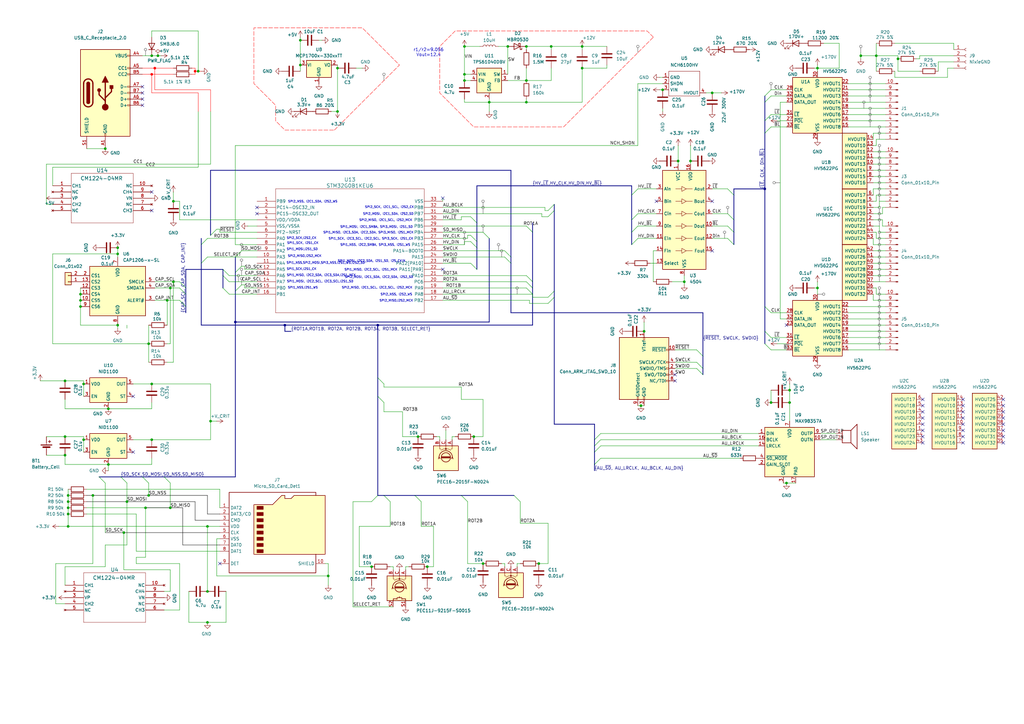
<source format=kicad_sch>
(kicad_sch (version 20250114) (generator "eeschema") (generator_version "9.0")
  (paper "A3")
  (lib_symbols
    (symbol "2025-12-27_04-38-16:NCH6100HV"
      (property "Reference" "U5" (at 0 11.43 0))
      (symbol "NCH6100HV_1_1"
        (pin input line (at -8.89 3.81 0) (length 2.54) (name "GND") (number "1"))
        (pin input line (at -8.89 1.27 0) (length 2.54) (name "SHDN") (number "2"))
        (pin input line (at -8.89 -1.27 0) (length 2.54) (name "VIN") (number "3"))
        (pin power_out line (at 8.89 -2.54 180) (length 2.54) (name "HVOUT") (number "4"))
      )
    )
    (symbol "2025-12-28_07-09-44:CM1224-04MR" (pin_names (offset 0.254))
      (property "Reference" "U" (at 20.32 10.16 0))
      (property "Value" "CM1224-04MR" (at 20.32 7.62 0))
      (symbol "CM1224-04MR_0_1"
        (pin bidirectional line (at 0 0 0) (length 7.62) (name "CH1") (number "1"))
        (pin no_connect line (at 0 -2.54 0) (length 7.62) (name "NC") (number "2"))
        (pin power_in line (at 0 -5.08 0) (length 7.62) (name "VP") (number "3"))
        (pin bidirectional line (at 0 -7.62 0) (length 7.62) (name "CH2") (number "4"))
        (pin no_connect line (at 0 -10.16 0) (length 7.62) (name "NC") (number "5"))
        (pin no_connect line (at 40.64 0 180) (length 7.62) (name "NC") (number "10"))
        (pin bidirectional line (at 40.64 -2.54 180) (length 7.62) (name "CH4") (number "9"))
        (pin power_out line (at 40.64 -5.08 180) (length 7.62) (name "VN") (number "8"))
        (pin no_connect line (at 40.64 -7.62 180) (length 7.62) (name "NC") (number "7"))
        (pin bidirectional line (at 40.64 -10.16 180) (length 7.62) (name "CH3") (number "6"))
      )
    )
    (symbol "4xxx:4504"
      (property "Reference" "U" (at -7.62 21.59 0))
      (property "Value" "4504" (at 6.35 21.59 0))
      (symbol "4504_1_1"
        (pin input line (at -11.43 12.7 0) (length 2.54) (name "Ain") (number "3"))
        (pin input line (at -11.43 7.62 0) (length 2.54) (name "Bin") (number "5"))
        (pin input line (at -11.43 2.54 0) (length 2.54) (name "Cin") (number "7"))
        (pin input line (at -11.43 -2.54 0) (length 2.54) (name "Din") (number "9"))
        (pin input line (at -11.43 -7.62 0) (length 2.54) (name "Ein") (number "11"))
        (pin input line (at -11.43 -12.7 0) (length 2.54) (name "Fin") (number "14"))
        (pin input line (at -11.43 -17.78 0) (length 2.54) (name "Select") (number "13"))
        (pin power_in line (at -2.54 22.86 270) (length 2.54) (name "VCC") (number "1"))
        (pin power_in line (at 0 -22.86 90) (length 2.54) (name "VSS") (number "8"))
        (pin power_in line (at 2.54 22.86 270) (length 2.54) (name "VDD") (number "16"))
        (pin output line (at 11.43 12.7 180) (length 2.54) (name "Aout") (number "2"))
        (pin output line (at 11.43 7.62 180) (length 2.54) (name "Bout") (number "4"))
        (pin output line (at 11.43 2.54 180) (length 2.54) (name "Cout") (number "6"))
        (pin output line (at 11.43 -2.54 180) (length 2.54) (name "Dout") (number "10"))
        (pin output line (at 11.43 -7.62 180) (length 2.54) (name "Eout") (number "12"))
        (pin output line (at 11.43 -12.7 180) (length 2.54) (name "Fout") (number "15"))
      )
    )
    (symbol "Audio:MAX98357A"
      (property "Reference" "U9" (at 2.1433 15.24 0))
      (property "Value" "MAX98357A" (at 2.1433 12.7 0))
      (symbol "MAX98357A_1_1"
        (pin input line (at -12.7 7.62 0) (length 2.54) (name "DIN") (number "1"))
        (pin input line (at -12.7 5.08 0) (length 2.54) (name "BCLK") (number "16"))
        (pin input line (at -12.7 2.54 0) (length 2.54) (name "LRCLK") (number "14"))
        (pin input line (at -12.7 -2.54 0) (length 2.54) (name "~{SD_MODE}") (number "4"))
        (pin passive line (at -12.7 -5.08 0) (length 2.54) (name "GAIN_SLOT") (number "2"))
        (pin passive line (at -2.54 -12.7 90) (length 2.54) (hide yes) (name "GND") (number "11"))
        (pin passive line (at -2.54 -12.7 90) (length 2.54) (hide yes) (name "GND") (number "15"))
        (pin power_in line (at -2.54 -12.7 90) (length 2.54) (name "GND") (number "3"))
        (pin power_in line (at 0 12.7 270) (length 2.54) (name "VDD") (number "7"))
        (pin passive line (at 0 12.7 270) (length 2.54) (hide yes) (name "VDD") (number "8"))
        (pin power_in line (at 2.54 -12.7 90) (length 2.54) (name "PAD") (number "17"))
        (pin no_connect line (at 10.16 2.54 180) (length 2.54) (hide yes) (name "NC") (number "5"))
        (pin no_connect line (at 10.16 0 180) (length 2.54) (hide yes) (name "NC") (number "6"))
        (pin no_connect line (at 10.16 -5.08 180) (length 2.54) (hide yes) (name "NC") (number "12"))
        (pin no_connect line (at 10.16 -7.62 180) (length 2.54) (hide yes) (name "NC") (number "13"))
        (pin output line (at 12.7 7.62 180) (length 2.54) (name "OUTP") (number "9"))
        (pin output line (at 12.7 5.08 180) (length 2.54) (name "OUTN") (number "10"))
      )
    )
    (symbol "Connector:Conn_01x04_Socket" (pin_names (offset 1.016) (hide yes))
      (property "Reference" "J" (at 0 5.08 0))
      (property "Value" "Conn_01x04_Socket" (at 0 -7.62 0))
      (symbol "Conn_01x04_Socket_1_1"
        (pin passive line (at -5.08 2.54 0) (length 3.81) (name "Pin_1") (number "1"))
        (pin passive line (at -5.08 0 0) (length 3.81) (name "Pin_2") (number "2"))
        (pin passive line (at -5.08 -2.54 0) (length 3.81) (name "Pin_3") (number "3"))
        (pin passive line (at -5.08 -5.08 0) (length 3.81) (name "Pin_4") (number "4"))
      )
    )
    (symbol "Connector:Conn_01x10_Pin" (pin_names (offset 1.016) (hide yes))
      (property "Reference" "J" (at 0 12.7 0))
      (property "Value" "Conn_01x10_Pin" (at 0 -15.24 0))
      (symbol "Conn_01x10_Pin_1_1"
        (pin passive line (at 5.08 10.16 180) (length 3.81) (name "Pin_1") (number "1"))
        (pin passive line (at 5.08 7.62 180) (length 3.81) (name "Pin_2") (number "2"))
        (pin passive line (at 5.08 5.08 180) (length 3.81) (name "Pin_3") (number "3"))
        (pin passive line (at 5.08 2.54 180) (length 3.81) (name "Pin_4") (number "4"))
        (pin passive line (at 5.08 0 180) (length 3.81) (name "Pin_5") (number "5"))
        (pin passive line (at 5.08 -2.54 180) (length 3.81) (name "Pin_6") (number "6"))
        (pin passive line (at 5.08 -5.08 180) (length 3.81) (name "Pin_7") (number "7"))
        (pin passive line (at 5.08 -7.62 180) (length 3.81) (name "Pin_8") (number "8"))
        (pin passive line (at 5.08 -10.16 180) (length 3.81) (name "Pin_9") (number "9"))
        (pin passive line (at 5.08 -12.7 180) (length 3.81) (name "Pin_10") (number "10"))
      )
    )
    (symbol "Connector:Conn_ARM_JTAG_SWD_10" (pin_names (offset 1.016))
      (property "Reference" "J" (at -2.54 16.51 0))
      (property "Value" "Conn_ARM_JTAG_SWD_10" (at -2.54 13.97 0))
      (symbol "Conn_ARM_JTAG_SWD_10_1_1"
        (pin no_connect line (at -10.16 0 0) (length 2.54) (hide yes) (name "KEY") (number "7"))
        (pin passive line (at -2.54 -15.24 90) (length 2.54) (name "GNDDetect") (number "9"))
        (pin power_in line (at 0 15.24 270) (length 2.54) (name "VTref") (number "1"))
        (pin power_in line (at 0 -15.24 90) (length 2.54) (name "GND") (number "3"))
        (pin passive line (at 0 -15.24 90) (length 2.54) (hide yes) (name "GND") (number "5"))
        (pin open_collector line (at 12.7 7.62 180) (length 2.54) (name "~{RESET}") (number "10"))
        (pin output line (at 12.7 2.54 180) (length 2.54) (name "SWCLK/TCK") (number "4"))
        (pin bidirectional line (at 12.7 0 180) (length 2.54) (name "SWDIO/TMS") (number "2"))
        (pin input line (at 12.7 -2.54 180) (length 2.54) (name "SWO/TDO") (number "6"))
        (pin output line (at 12.7 -5.08 180) (length 2.54) (name "NC/TDI") (number "8"))
      )
    )
    (symbol "Connector:Micro_SD_Card_Det1"
      (property "Reference" "J" (at -16.51 17.78 0))
      (property "Value" "Micro_SD_Card_Det1" (at 16.51 17.78 0))
      (symbol "Micro_SD_Card_Det1_1_1"
        (pin bidirectional line (at -22.86 10.16 0) (length 3.81) (name "DAT2") (number "1"))
        (pin bidirectional line (at -22.86 7.62 0) (length 3.81) (name "DAT3/CD") (number "2"))
        (pin input line (at -22.86 5.08 0) (length 3.81) (name "CMD") (number "3"))
        (pin power_in line (at -22.86 2.54 0) (length 3.81) (name "VDD") (number "4"))
        (pin input line (at -22.86 0 0) (length 3.81) (name "CLK") (number "5"))
        (pin power_in line (at -22.86 -2.54 0) (length 3.81) (name "VSS") (number "6"))
        (pin bidirectional line (at -22.86 -5.08 0) (length 3.81) (name "DAT0") (number "7"))
        (pin bidirectional line (at -22.86 -7.62 0) (length 3.81) (name "DAT1") (number "8"))
        (pin passive line (at -22.86 -12.7 0) (length 3.81) (name "DET") (number "9"))
        (pin passive line (at 20.32 -12.7 180) (length 3.81) (name "SHIELD") (number "10"))
      )
    )
    (symbol "Connector:USB_C_Receptacle_USB2.0_14P" (pin_names (offset 1.016))
      (property "Reference" "J" (at 0 22.225 0))
      (property "Value" "USB_C_Receptacle_USB2.0_14P" (at 0 19.685 0))
      (symbol "USB_C_Receptacle_USB2.0_14P_1_1"
        (pin passive line (at -7.62 -22.86 90) (length 5.08) (name "SHIELD") (number "S1"))
        (pin passive line (at 0 -22.86 90) (length 5.08) (name "GND") (number "A1"))
        (pin passive line (at 0 -22.86 90) (length 5.08) (hide yes) (name "GND") (number "A12"))
        (pin passive line (at 0 -22.86 90) (length 5.08) (hide yes) (name "GND") (number "B1"))
        (pin passive line (at 0 -22.86 90) (length 5.08) (hide yes) (name "GND") (number "B12"))
        (pin passive line (at 15.24 15.24 180) (length 5.08) (name "VBUS") (number "A4"))
        (pin passive line (at 15.24 15.24 180) (length 5.08) (hide yes) (name "VBUS") (number "A9"))
        (pin passive line (at 15.24 15.24 180) (length 5.08) (hide yes) (name "VBUS") (number "B4"))
        (pin passive line (at 15.24 15.24 180) (length 5.08) (hide yes) (name "VBUS") (number "B9"))
        (pin bidirectional line (at 15.24 10.16 180) (length 5.08) (name "CC1") (number "A5"))
        (pin bidirectional line (at 15.24 7.62 180) (length 5.08) (name "CC2") (number "B5"))
        (pin bidirectional line (at 15.24 2.54 180) (length 5.08) (name "D-") (number "A7"))
        (pin bidirectional line (at 15.24 0 180) (length 5.08) (name "D-") (number "B7"))
        (pin bidirectional line (at 15.24 -2.54 180) (length 5.08) (name "D+") (number "A6"))
        (pin bidirectional line (at 15.24 -5.08 180) (length 5.08) (name "D+") (number "B6"))
      )
    )
    (symbol "Connector_Generic:Conn_01x02" (pin_names (offset 1.016) (hide yes))
      (property "Reference" "J" (at 0 2.54 0))
      (property "Value" "Conn_01x02" (at 0 -5.08 0))
      (symbol "Conn_01x02_1_1"
        (pin passive line (at -5.08 0 0) (length 3.81) (name "Pin_1") (number "1"))
        (pin passive line (at -5.08 -2.54 0) (length 3.81) (name "Pin_2") (number "2"))
      )
    )
    (symbol "Device:Battery_Cell" (pin_numbers (hide yes)) (pin_names (offset 0) (hide yes))
      (property "Reference" "BT" (at 2.54 2.54 0))
      (property "Value" "Battery_Cell" (at 2.54 0 0))
      (symbol "Battery_Cell_1_1"
        (pin passive line (at 0 5.08 270) (length 2.54) (name "+") (number "1"))
        (pin passive line (at 0 -2.54 90) (length 2.54) (name "-") (number "2"))
      )
    )
    (symbol "Device:C" (pin_numbers (hide yes)) (pin_names (offset 0.254))
      (property "Reference" "C" (at 0.635 2.54 0))
      (property "Value" "C" (at 0.635 -2.54 0))
      (symbol "C_1_1"
        (pin passive line (at 0 3.81 270) (length 2.794) (name "~") (number "1"))
        (pin passive line (at 0 -3.81 90) (length 2.794) (name "~") (number "2"))
      )
    )
    (symbol "Device:D" (pin_numbers (hide yes)) (pin_names (offset 1.016) (hide yes))
      (property "Reference" "D" (at 0 2.54 0))
      (property "Value" "D" (at 0 -2.54 0))
      (symbol "D_1_1"
        (pin passive line (at -3.81 0 0) (length 2.54) (name "K") (number "1"))
        (pin passive line (at 3.81 0 180) (length 2.54) (name "A") (number "2"))
      )
    )
    (symbol "Device:L" (pin_numbers (hide yes)) (pin_names (offset 1.016) (hide yes))
      (property "Reference" "L" (at -1.27 0 90))
      (property "Value" "L" (at 1.905 0 90))
      (symbol "L_1_1"
        (pin passive line (at 0 3.81 270) (length 1.27) (name "1") (number "1"))
        (pin passive line (at 0 -3.81 90) (length 1.27) (name "2") (number "2"))
      )
    )
    (symbol "Device:LED" (pin_numbers (hide yes)) (pin_names (offset 1.016) (hide yes))
      (property "Reference" "D" (at 0 2.54 0))
      (property "Value" "LED" (at 0 -2.54 0))
      (symbol "LED_1_1"
        (pin passive line (at -3.81 0 0) (length 2.54) (name "K") (number "1"))
        (pin passive line (at 3.81 0 180) (length 2.54) (name "A") (number "2"))
      )
    )
    (symbol "Device:R" (pin_numbers (hide yes)) (pin_names (offset 0))
      (property "Reference" "R" (at 2.032 0 90))
      (property "Value" "R" (at 0 0 90))
      (symbol "R_1_1"
        (pin passive line (at 0 3.81 270) (length 1.27) (name "~") (number "1"))
        (pin passive line (at 0 -3.81 90) (length 1.27) (name "~") (number "2"))
      )
    )
    (symbol "Device:RotaryEncoder" (pin_names (offset 0.254) (hide yes))
      (property "Reference" "SW" (at 0 6.604 0))
      (property "Value" "RotaryEncoder" (at 0 -6.604 0))
      (symbol "RotaryEncoder_1_1"
        (pin passive line (at -7.62 2.54 0) (length 2.54) (name "A") (number "A"))
        (pin passive line (at -7.62 0 0) (length 2.54) (name "C") (number "C"))
        (pin passive line (at -7.62 -2.54 0) (length 2.54) (name "B") (number "B"))
      )
    )
    (symbol "Device:RotaryEncoder_Switch" (pin_names (offset 0.254) (hide yes))
      (property "Reference" "SW" (at 0 6.604 0))
      (property "Value" "RotaryEncoder_Switch" (at 0 -6.604 0))
      (symbol "RotaryEncoder_Switch_1_1"
        (pin passive line (at -7.62 2.54 0) (length 2.54) (name "A") (number "A"))
        (pin passive line (at -7.62 0 0) (length 2.54) (name "C") (number "C"))
        (pin passive line (at -7.62 -2.54 0) (length 2.54) (name "B") (number "B"))
        (pin passive line (at 7.62 2.54 180) (length 2.54) (name "S1") (number "S1"))
        (pin passive line (at 7.62 -2.54 180) (length 2.54) (name "S2") (number "S2"))
      )
    )
    (symbol "Device:Speaker" (pin_names (offset 0) (hide yes))
      (property "Reference" "LS" (at 1.27 5.715 0))
      (property "Value" "Speaker" (at 1.27 3.81 0))
      (symbol "Speaker_1_1"
        (pin input line (at -5.08 0 0) (length 2.54) (name "1") (number "1"))
        (pin input line (at -5.08 -2.54 0) (length 2.54) (name "2") (number "2"))
      )
    )
    (symbol "Diode:MBR0530" (pin_numbers (hide yes)) (pin_names (offset 1.016) (hide yes))
      (property "Reference" "D" (at 0 2.54 0))
      (property "Value" "MBR0530" (at 0 -2.54 0))
      (symbol "MBR0530_1_1"
        (pin passive line (at -3.81 0 0) (length 2.54) (name "K") (number "1"))
        (pin passive line (at 3.81 0 180) (length 2.54) (name "A") (number "2"))
      )
    )
    (symbol "Driver_Display:HV5622PG"
      (property "Reference" "U" (at 1.524 14.732 0))
      (property "Value" "HV5622PG" (at 1.524 12.446 0))
      (symbol "HV5622PG_1_1"
        (pin input line (at -12.7 5.08 0) (length 2.54) (name "CLK") (number "28"))
        (pin input line (at -12.7 2.54 0) (length 2.54) (name "DATA_IN") (number "32"))
        (pin output line (at -12.7 0 0) (length 2.54) (name "DATA_OUT") (number "23"))
        (pin input line (at -12.7 -5.08 0) (length 2.54) (name "~{LE}") (number "31"))
        (pin input line (at -12.7 -7.62 0) (length 2.54) (name "~{POL}") (number "27"))
        (pin input line (at -12.7 -10.16 0) (length 2.54) (name "~{BL}") (number "33"))
        (pin no_connect line (at -10.16 7.62 0) (length 2.54) (hide yes) (name "NC") (number "34"))
        (pin no_connect line (at -10.16 -2.54 0) (length 2.54) (hide yes) (name "NC") (number "26"))
        (pin no_connect line (at -5.08 -12.7 90) (length 2.54) (hide yes) (name "NC") (number "25"))
        (pin no_connect line (at -2.54 -12.7 90) (length 2.54) (hide yes) (name "NC") (number "24"))
        (pin power_in line (at 0 12.7 270) (length 2.54) (name "VDD") (number "30"))
        (pin power_in line (at 0 -15.24 90) (length 2.54) (name "VSS") (number "29"))
        (pin open_collector line (at 12.7 7.62 180) (length 2.54) (name "HVOUT1") (number "22"))
        (pin open_collector line (at 12.7 5.08 180) (length 2.54) (name "HVOUT2") (number "21"))
        (pin open_collector line (at 12.7 2.54 180) (length 2.54) (name "HVOUT3") (number "20"))
        (pin open_collector line (at 12.7 0 180) (length 2.54) (name "HVOUT4") (number "19"))
        (pin open_collector line (at 12.7 -2.54 180) (length 2.54) (name "HVOUT5") (number "18"))
        (pin open_collector line (at 12.7 -5.08 180) (length 2.54) (name "HVOUT6") (number "17"))
        (pin open_collector line (at 12.7 -7.62 180) (length 2.54) (name "HVOUT7") (number "16"))
        (pin open_collector line (at 12.7 -10.16 180) (length 2.54) (name "HVOUT8") (number "15"))
      )
      (symbol "HV5622PG_2_1"
        (pin open_collector line (at 7.62 7.62 180) (length 2.54) (name "HVOUT9") (number "14"))
        (pin open_collector line (at 7.62 5.08 180) (length 2.54) (name "HVOUT10") (number "13"))
        (pin open_collector line (at 7.62 2.54 180) (length 2.54) (name "HVOUT11") (number "12"))
        (pin open_collector line (at 7.62 0 180) (length 2.54) (name "HVOUT12") (number "11"))
        (pin open_collector line (at 7.62 -2.54 180) (length 2.54) (name "HVOUT13") (number "10"))
        (pin open_collector line (at 7.62 -5.08 180) (length 2.54) (name "HVOUT14") (number "9"))
        (pin open_collector line (at 7.62 -7.62 180) (length 2.54) (name "HVOUT15") (number "8"))
        (pin open_collector line (at 7.62 -10.16 180) (length 2.54) (name "HVOUT16") (number "7"))
      )
      (symbol "HV5622PG_3_1"
        (pin open_collector line (at 7.62 7.62 180) (length 2.54) (name "HVOUT17") (number "6"))
        (pin open_collector line (at 7.62 5.08 180) (length 2.54) (name "HVOUT18") (number "5"))
        (pin open_collector line (at 7.62 2.54 180) (length 2.54) (name "HVOUT19") (number "4"))
        (pin open_collector line (at 7.62 0 180) (length 2.54) (name "HVOUT20") (number "3"))
        (pin open_collector line (at 7.62 -2.54 180) (length 2.54) (name "HVOUT21") (number "2"))
        (pin open_collector line (at 7.62 -5.08 180) (length 2.54) (name "HVOUT22") (number "1"))
        (pin open_collector line (at 7.62 -7.62 180) (length 2.54) (name "HVOUT23") (number "44"))
        (pin open_collector line (at 7.62 -10.16 180) (length 2.54) (name "HVOUT24") (number "43"))
      )
      (symbol "HV5622PG_4_1"
        (pin open_collector line (at 7.62 7.62 180) (length 2.54) (name "HVOUT25") (number "42"))
        (pin open_collector line (at 7.62 5.08 180) (length 2.54) (name "HVOUT26") (number "41"))
        (pin open_collector line (at 7.62 2.54 180) (length 2.54) (name "HVOUT27") (number "40"))
        (pin open_collector line (at 7.62 0 180) (length 2.54) (name "HVOUT28") (number "39"))
        (pin open_collector line (at 7.62 -2.54 180) (length 2.54) (name "HVOUT29") (number "38"))
        (pin open_collector line (at 7.62 -5.08 180) (length 2.54) (name "HVOUT30") (number "37"))
        (pin open_collector line (at 7.62 -7.62 180) (length 2.54) (name "HVOUT31") (number "36"))
        (pin open_collector line (at 7.62 -10.16 180) (length 2.54) (name "HVOUT32") (number "35"))
      )
    )
    (symbol "MAX40200AUK_2"
      (property "Reference" "U10" (at 0 10.16 0))
      (property "Value" "NID1100" (at 0 7.62 0))
      (symbol "MAX40200AUK_2_1_1"
        (pin power_in line (at -10.16 2.54 0) (length 2.54) (name "VDD") (number "1"))
        (pin input line (at -10.16 -2.54 0) (length 2.54) (name "EN") (number "3"))
        (pin power_in line (at 0 -7.62 90) (length 2.54) (name "GND") (number "2"))
        (pin passive line (at 10.16 2.54 180) (length 2.54) (name "OUT") (number "5"))
        (pin output line (at 10.16 -2.54 180) (length 2.54) (name "ST") (number "4"))
      )
    )
    (symbol "Regulator_Linear:MCP1700x-330xxTT" (pin_names (offset 0.254))
      (property "Reference" "U" (at -3.81 3.175 0))
      (property "Value" "MCP1700x-330xxTT" (at 0 3.175 0))
      (symbol "MCP1700x-330xxTT_1_1"
        (pin power_in line (at -7.62 0 0) (length 2.54) (name "VI") (number "3"))
        (pin power_in line (at 0 -7.62 90) (length 2.54) (name "GND") (number "1"))
        (pin power_out line (at 7.62 0 180) (length 2.54) (name "VO") (number "2"))
      )
    )
    (symbol "Regulator_Switching:TPS61040DBV"
      (property "Reference" "U" (at -5.08 6.35 0))
      (property "Value" "TPS61040DBV" (at 0 6.35 0))
      (symbol "TPS61040DBV_1_1"
        (pin power_in line (at -7.62 2.54 0) (length 2.54) (name "VIN") (number "5"))
        (pin input line (at -7.62 0 0) (length 2.54) (name "EN") (number "4"))
        (pin power_in line (at 0 -7.62 90) (length 2.54) (name "GND") (number "2"))
        (pin power_out line (at 7.62 2.54 180) (length 2.54) (name "SW") (number "1"))
        (pin input line (at 7.62 0 180) (length 2.54) (name "FB") (number "3"))
      )
    )
    (symbol "STM32G0B1KEU6:STM32G0B1KEU6" (pin_names (offset 0.254))
      (property "Reference" "U" (at 38.1 10.16 0))
      (property "Value" "STM32G0B1KEU6" (at 38.1 7.62 0))
      (symbol "STM32G0B1KEU6_0_1"
        (pin bidirectional line (at 0 0 0) (length 7.62) (name "PB9") (number "1"))
        (pin bidirectional line (at 0 -2.54 0) (length 7.62) (name "PC14-OSC32_IN") (number "2"))
        (pin bidirectional line (at 0 -5.08 0) (length 7.62) (name "PC15-OSC32_OUT") (number "3"))
        (pin power_in line (at 0 -7.62 0) (length 7.62) (name "VDD/VDDA") (number "4"))
        (pin power_out line (at 0 -10.16 0) (length 7.62) (name "VSS/VSSA") (number "5"))
        (pin bidirectional line (at 0 -12.7 0) (length 7.62) (name "PF2-NRST") (number "6"))
        (pin bidirectional line (at 0 -15.24 0) (length 7.62) (name "PA0") (number "7"))
        (pin bidirectional line (at 0 -17.78 0) (length 7.62) (name "PA1") (number "8"))
        (pin bidirectional line (at 0 -20.32 0) (length 7.62) (name "PA2") (number "9"))
        (pin bidirectional line (at 0 -22.86 0) (length 7.62) (name "PA3") (number "10"))
        (pin bidirectional line (at 0 -25.4 0) (length 7.62) (name "PA4") (number "11"))
        (pin bidirectional line (at 0 -27.94 0) (length 7.62) (name "PA5") (number "12"))
        (pin bidirectional line (at 0 -30.48 0) (length 7.62) (name "PA6") (number "13"))
        (pin bidirectional line (at 0 -33.02 0) (length 7.62) (name "PA7") (number "14"))
        (pin bidirectional line (at 0 -35.56 0) (length 7.62) (name "PB0") (number "15"))
        (pin bidirectional line (at 0 -38.1 0) (length 7.62) (name "PB1") (number "16"))
        (pin power_out line (at 76.2 0 180) (length 7.62) (name "VSS") (number "33"))
        (pin bidirectional line (at 76.2 -2.54 180) (length 7.62) (name "PB8") (number "32"))
        (pin bidirectional line (at 76.2 -5.08 180) (length 7.62) (name "PB7") (number "31"))
        (pin bidirectional line (at 76.2 -7.62 180) (length 7.62) (name "PB6") (number "30"))
        (pin bidirectional line (at 76.2 -10.16 180) (length 7.62) (name "PB5") (number "29"))
        (pin bidirectional line (at 76.2 -12.7 180) (length 7.62) (name "PB4") (number "28"))
        (pin bidirectional line (at 76.2 -15.24 180) (length 7.62) (name "PB3") (number "27"))
        (pin bidirectional line (at 76.2 -17.78 180) (length 7.62) (name "PA15") (number "26"))
        (pin bidirectional line (at 76.2 -20.32 180) (length 7.62) (name "PA14-BOOT0") (number "25"))
        (pin bidirectional line (at 76.2 -22.86 180) (length 7.62) (name "PA13") (number "24"))
        (pin bidirectional line (at 76.2 -25.4 180) (length 7.62) (name "PA12[PA10]") (number "23"))
        (pin bidirectional line (at 76.2 -27.94 180) (length 7.62) (name "PA11[PA9]") (number "22"))
        (pin bidirectional line (at 76.2 -30.48 180) (length 7.62) (name "PA10") (number "21"))
        (pin bidirectional line (at 76.2 -33.02 180) (length 7.62) (name "PC6") (number "20"))
        (pin bidirectional line (at 76.2 -35.56 180) (length 7.62) (name "PA9") (number "19"))
        (pin bidirectional line (at 76.2 -38.1 180) (length 7.62) (name "PA8") (number "18"))
        (pin bidirectional line (at 76.2 -40.64 180) (length 7.62) (name "PB2") (number "17"))
      )
    )
    (symbol "Sensor_Touch:CAP1206-x-SL"
      (property "Reference" "U" (at -10.16 12.7 0))
      (property "Value" "CAP1206-x-SL" (at 8.89 12.7 0))
      (symbol "CAP1206-x-SL_1_1"
        (pin passive line (at -15.24 7.62 0) (length 3.81) (name "CS1") (number "2"))
        (pin passive line (at -15.24 5.08 0) (length 3.81) (name "CS2") (number "13"))
        (pin passive line (at -15.24 2.54 0) (length 3.81) (name "CS3") (number "12"))
        (pin passive line (at -15.24 0 0) (length 3.81) (name "CS4") (number "11"))
        (pin passive line (at -15.24 -2.54 0) (length 3.81) (name "CS5") (number "10"))
        (pin passive line (at -15.24 -5.08 0) (length 3.81) (name "CS6") (number "9"))
        (pin power_in line (at 0 15.24 270) (length 3.81) (name "VDD") (number "7"))
        (pin power_in line (at 0 -12.7 90) (length 3.81) (name "GND") (number "8"))
        (pin input line (at 15.24 5.08 180) (length 3.81) (name "SMCLK") (number "5"))
        (pin bidirectional line (at 15.24 2.54 180) (length 3.81) (name "SMDATA") (number "4"))
        (pin open_collector line (at 15.24 -2.54 180) (length 3.81) (name "ALERT#") (number "3"))
      )
    )
    (symbol "power:+12V" (power) (pin_numbers (hide yes)) (pin_names (offset 0) (hide yes))
      (property "Value" "+12V" (at 0 3.556 0))
      (symbol "+12V_1_1"
        (pin power_in line (at 0 0 90) (length 0) (name "~") (number "1"))
      )
    )
    (symbol "power:+3.3V" (power) (pin_numbers (hide yes)) (pin_names (offset 0) (hide yes))
      (property "Value" "+3.3V" (at 0 3.556 0))
      (symbol "+3.3V_1_1"
        (pin power_in line (at 0 0 90) (length 0) (name "~") (number "1"))
      )
    )
    (symbol "power:+48V" (power) (pin_numbers (hide yes)) (pin_names (offset 0) (hide yes))
      (property "Value" "+48V" (at 0 3.556 0))
      (symbol "+48V_1_1"
        (pin power_in line (at 0 0 90) (length 0) (name "~") (number "1"))
      )
    )
    (symbol "power:+5V" (power) (pin_numbers (hide yes)) (pin_names (offset 0) (hide yes))
      (property "Value" "+5V" (at 0 3.556 0))
      (symbol "+5V_1_1"
        (pin power_in line (at 0 0 90) (length 0) (name "~") (number "1"))
      )
    )
    (symbol "power:+BATT" (power) (pin_numbers (hide yes)) (pin_names (offset 0) (hide yes))
      (property "Value" "+BATT" (at 0 3.556 0))
      (symbol "+BATT_1_1"
        (pin power_in line (at 0 0 90) (length 0) (name "~") (number "1"))
      )
    )
    (symbol "power:GND" (power) (pin_numbers (hide yes)) (pin_names (offset 0) (hide yes))
      (property "Value" "GND" (at 0 -3.81 0))
      (symbol "GND_1_1"
        (pin power_in line (at 0 0 270) (length 0) (name "~") (number "1"))
      )
    )
    (symbol "power:PWR_FLAG" (power) (pin_numbers (hide yes)) (pin_names (offset 0) (hide yes))
      (property "Value" "PWR_FLAG" (at 0 3.81 0))
      (symbol "PWR_FLAG_0_0"
        (pin power_out line (at 0 0 90) (length 0) (name "~") (number "1"))
      )
    )
  )
  (text "SPI2_MISO, I2C1_SCL, I2S2_MCK" (at 158.242 90.424 0) (effects (font (size 0.889 0.889))))
  (text "SPI2_NSS, I2C1_SDA, I2S2_WS\n" (at 128.27 82.804 0) (effects (font (size 0.889 0.889))))
  (text "SPI1_SCK,I2S1_CK" (at 123.698 110.49 0) (effects (font (size 0.889 0.889))))
  (text "SPI1_MISO, I2C3_SDA, I2C2_SDA, SPI3_MISO, I2S1_MCK" (at 151.13 95.504 0) (effects (font (size 0.889 0.889))))
  (text "SPI1_MISO, I2C2_SDA, I2C3_SDA,I2S1_MCK" (at 131.826 113.03 0) (effects (font (size 0.889 0.889))))
  (text "r1/r2=9.056\nVout=12.4" (at 175.768 21.59 0) (effects (font (size 1.27 1.27))))
  (text "SPI1_NSS,SPI2_MOSI,SPI3_NSS,I2S1_WS,I2S2_SD" (at 133.604 107.95 0) (effects (font (size 0.889 0.889))))
  (text "SPI2_MISO,I2S2_MCK" (at 124.968 105.156 0) (effects (font (size 0.889 0.889))))
  (text "SPI2_MISO, I2C1_SCL, I2C2_SCL, I2S2_MCK" (at 154.686 118.11 0) (effects (font (size 0.889 0.889))))
  (text "SPI1_SCK, I2C3_SCL, I2C2_SCL, SPI3_SCK, I2S1_CK" (at 152.146 98.044 0) (effects (font (size 0.889 0.889))))
  (text "SPI2_MOSI, I2C1_SDA, I2C2_SDA, I2S2_SD" (at 155.448 113.792 0) (effects (font (size 0.889 0.889))))
  (text "SPI1_MOSI, I2C2_SCL, I2C3_SCL,I2S1_SD" (at 131.318 115.57 0) (effects (font (size 0.889 0.889))))
  (text "SPI2_NSS, I2S2_WS" (at 162.56 120.904 0) (effects (font (size 0.889 0.889))))
  (text "SPI1_NSS, I2C2_SMBA, SPI3_NSS, I2S1_WS\n" (at 153.924 100.584 0) (effects (font (size 0.889 0.889))))
  (text "SPI2_MOSI, I2C1_SDA, I2S2_SD" (at 159.258 87.884 0) (effects (font (size 0.889 0.889))))
  (text "SPI2_SCK, I2C1_SCL, I2S2_CK" (at 159.766 85.09 0) (effects (font (size 0.889 0.889))))
  (text "SPI1_SCK, I2S1_CK" (at 124.206 99.822 0) (effects (font (size 0.889 0.889))))
  (text "SPI2_SCK,I2S2_CK" (at 123.698 97.79 0) (effects (font (size 0.889 0.889))))
  (text "SPI1_MOSI,I2S1_SD" (at 123.952 102.362 0) (effects (font (size 0.889 0.889))))
  (text "SPI1_MISO, I2C2_SCL, I2S1_MCK" (at 152.146 110.744 0) (effects (font (size 0.889 0.889))))
  (text "SPI2_MISO,I2S2_MCK" (at 162.56 123.444 0) (effects (font (size 0.889 0.889))))
  (text "SPI1_MOSI, I2C2_SDA, I2S1_SD, I2S_CKIN" (at 152.4 107.188 0) (effects (font (size 0.889 0.889))))
  (text "SPI1_MOSI, I2C1_SMBA, SPI3_MOSI, I2S1_SD" (at 154.432 93.218 0) (effects (font (size 0.889 0.889))))
  (text "SPI1_NSS,I2S1_WS" (at 124.206 118.11 0) (effects (font (size 0.889 0.889))))
  (junction (at 27.94 205.74))
  (junction (at 62.23 180.34))
  (junction (at 71.12 82.55))
  (junction (at 335.28 118.11))
  (junction (at 59.69 208.28))
  (junction (at 359.41 22.86))
  (junction (at 353.06 22.86))
  (junction (at 33.02 120.65))
  (junction (at 62.23 30.48) (color 255 0 0 1))
  (junction (at 200.66 41.91))
  (junction (at 62.23 157.48))
  (junction (at 220.98 231.14))
  (junction (at 85.09 255.27))
  (junction (at 60.96 203.2))
  (junction (at 323.85 160.02))
  (junction (at 34.29 180.34))
  (junction (at 44.45 167.64))
  (junction (at 264.16 135.89))
  (junction (at 138.43 45.72))
  (junction (at 63.5 27.94) (color 255 0 0 1))
  (junction (at 368.3 24.13))
  (junction (at 208.28 19.05))
  (junction (at 175.26 232.41))
  (junction (at 48.26 101.6))
  (junction (at 38.1 203.2))
  (junction (at 69.85 208.28))
  (junction (at 323.85 165.1))
  (junction (at 190.5 19.05))
  (junction (at 194.31 179.07))
  (junction (at 238.76 19.05))
  (junction (at 50.8 218.44))
  (junction (at 280.67 115.57))
  (junction (at 316.23 165.1))
  (junction (at 81.28 29.21))
  (junction (at 27.94 210.82))
  (junction (at 48.26 104.14))
  (junction (at 271.78 36.83))
  (junction (at 69.85 118.11))
  (junction (at 34.29 157.48))
  (junction (at 190.5 30.48))
  (junction (at 262.89 166.37))
  (junction (at 27.94 215.9))
  (junction (at 152.4 232.41))
  (junction (at 52.07 205.74))
  (junction (at 198.12 231.14))
  (junction (at 26.67 186.69))
  (junction (at 60.96 140.97))
  (junction (at 116.84 133.35))
  (junction (at 96.52 132.08))
  (junction (at 85.09 242.57))
  (junction (at 322.58 198.12))
  (junction (at 154.94 133.35))
  (junction (at 48.26 133.35))
  (junction (at 27.94 203.2))
  (junction (at 238.76 27.94))
  (junction (at 215.9 41.91))
  (junction (at 33.02 125.73))
  (junction (at 226.06 19.05))
  (junction (at 86.36 172.72))
  (junction (at 313.69 77.47))
  (junction (at 278.13 66.04))
  (junction (at 71.12 115.57))
  (junction (at 80.01 29.21) (color 255 0 0 1))
  (junction (at 215.9 33.02))
  (junction (at 335.28 27.94))
  (junction (at 190.5 33.02))
  (junction (at 26.67 156.21))
  (junction (at 62.23 22.86))
  (junction (at 68.58 123.19))
  (junction (at 64.77 22.86))
  (junction (at 26.67 179.07))
  (junction (at 33.02 123.19))
  (junction (at 123.19 16.51))
  (junction (at 43.18 60.96))
  (junction (at 138.43 27.94))
  (junction (at 44.45 190.5))
  (junction (at 171.45 179.07))
  (junction (at 85.09 215.9))
  (junction (at 134.62 236.22))
  (junction (at 215.9 19.05))
  (junction (at 123.19 26.67))
  (junction (at 283.21 66.04))
  (junction (at 27.94 208.28))
  (junction (at 292.1 38.1))
  (no_connect (at 378.46 166.37))
  (no_connect (at 105.41 87.63))
  (no_connect (at 394.97 176.53))
  (no_connect (at 292.1 102.87))
  (no_connect (at 90.17 231.14))
  (no_connect (at 276.86 153.67))
  (no_connect (at 411.48 171.45))
  (no_connect (at 276.86 156.21))
  (no_connect (at 394.97 179.07))
  (no_connect (at 378.46 171.45))
  (no_connect (at 394.97 181.61))
  (no_connect (at 181.61 110.49))
  (no_connect (at 411.48 166.37))
  (no_connect (at 378.46 168.91))
  (no_connect (at 62.23 78.74))
  (no_connect (at 378.46 173.99))
  (no_connect (at 105.41 85.09))
  (no_connect (at 411.48 176.53))
  (no_connect (at 378.46 181.61))
  (no_connect (at 411.48 179.07))
  (no_connect (at 394.97 171.45))
  (no_connect (at 54.61 185.42))
  (no_connect (at 394.97 173.99))
  (no_connect (at 58.42 35.56))
  (no_connect (at 378.46 179.07))
  (no_connect (at 54.61 162.56))
  (no_connect (at 411.48 173.99))
  (no_connect (at 269.24 82.55))
  (no_connect (at 394.97 163.83))
  (no_connect (at 58.42 38.1))
  (no_connect (at 58.42 43.18))
  (no_connect (at 58.42 40.64))
  (no_connect (at 411.48 168.91))
  (no_connect (at 62.23 86.36))
  (no_connect (at 181.61 81.28))
  (no_connect (at 322.58 133.35))
  (no_connect (at 394.97 168.91))
  (no_connect (at 411.48 181.61))
  (no_connect (at 394.97 166.37))
  (no_connect (at 378.46 176.53))
  (no_connect (at 378.46 163.83))
  (no_connect (at 292.1 82.55))
  (no_connect (at 411.48 163.83))
  (bus_entry (at 49.53 195.58) (size 2.54 2.54))
  (bus_entry (at 259.08 95.25) (size 2.54 -2.54))
  (bus_entry (at 195.58 91.44) (size -2.54 -2.54))
  (bus_entry (at 154.94 162.56) (size 2.54 2.54))
  (bus_entry (at 195.58 99.06) (size -2.54 -2.54))
  (bus_entry (at 243.84 182.88) (size 2.54 -2.54))
  (bus_entry (at 91.44 113.03) (size 2.54 2.54))
  (bus_entry (at 218.44 120.65) (size -2.54 -2.54))
  (bus_entry (at 313.69 49.53) (size 2.54 -2.54))
  (bus_entry (at 259.08 100.33) (size 2.54 -2.54))
  (bus_entry (at 300.99 80.01) (size -2.54 -2.54))
  (bus_entry (at 209.55 105.41) (size -2.54 -2.54))
  (bus_entry (at 170.18 203.2) (size 2.54 2.54))
  (bus_entry (at 227.33 86.36) (size -2.54 2.54))
  (bus_entry (at 288.29 151.13) (size -2.54 -2.54))
  (bus_entry (at 313.69 39.37) (size 2.54 -2.54))
  (bus_entry (at 313.69 140.97) (size 2.54 2.54))
  (bus_entry (at 82.55 100.33) (size 2.54 -2.54))
  (bus_entry (at 76.2 118.11) (size -2.54 -2.54))
  (bus_entry (at 227.33 121.92) (size -2.54 2.54))
  (bus_entry (at 189.23 203.2) (size 2.54 2.54))
  (bus_entry (at 218.44 115.57) (size -2.54 -2.54))
  (bus_entry (at 218.44 95.25) (size -2.54 -2.54))
  (bus_entry (at 288.29 146.05) (size -2.54 -2.54))
  (bus_entry (at 300.99 90.17) (size -2.54 -2.54))
  (bus_entry (at 40.64 195.58) (size 2.54 2.54))
  (bus_entry (at 313.69 54.61) (size 2.54 -2.54))
  (bus_entry (at 259.08 90.17) (size 2.54 -2.54))
  (bus_entry (at 195.58 110.49) (size -2.54 -2.54))
  (bus_entry (at 67.31 195.58) (size 2.54 2.54))
  (bus_entry (at 209.55 107.95) (size -2.54 -2.54))
  (bus_entry (at 227.33 83.82) (size -2.54 2.54))
  (bus_entry (at 313.69 135.89) (size 2.54 2.54))
  (bus_entry (at 288.29 153.67) (size -2.54 -2.54))
  (bus_entry (at 259.08 80.01) (size 2.54 -2.54))
  (bus_entry (at 76.2 120.65) (size -2.54 -2.54))
  (bus_entry (at 243.84 180.34) (size 2.54 -2.54))
  (bus_entry (at 91.44 110.49) (size 2.54 2.54))
  (bus_entry (at 82.55 107.95) (size 2.54 -2.54))
  (bus_entry (at 300.99 95.25) (size -2.54 -2.54))
  (bus_entry (at 243.84 185.42) (size 2.54 -2.54))
  (bus_entry (at 243.84 190.5) (size 2.54 -2.54))
  (bus_entry (at 96.52 119.38) (size 2.54 -2.54))
  (bus_entry (at 300.99 100.33) (size -2.54 -2.54))
  (bus_entry (at 200.66 97.79) (size -2.54 -2.54))
  (bus_entry (at 58.42 195.58) (size 2.54 2.54))
  (bus_entry (at 96.52 105.41) (size 2.54 -2.54))
  (bus_entry (at 195.58 101.6) (size -2.54 -2.54))
  (bus_entry (at 157.48 203.2) (size 2.54 2.54))
  (bus_entry (at 154.94 154.94) (size 2.54 2.54))
  (bus_entry (at 154.94 203.2) (size -2.54 2.54))
  (bus_entry (at 91.44 118.11) (size 2.54 2.54))
  (bus_entry (at 218.44 118.11) (size -2.54 -2.54))
  (bus_entry (at 313.69 41.91) (size 2.54 -2.54))
  (bus_entry (at 76.2 125.73) (size -2.54 -2.54))
  (bus_entry (at 227.33 119.38) (size -2.54 2.54))
  (bus_entry (at 210.82 203.2) (size 2.54 2.54))
  (bus_entry (at 313.69 125.73) (size 2.54 2.54))
  (bus_entry (at 86.36 96.52) (size 2.54 -2.54))
  (bus_entry (at 96.52 111.76) (size 2.54 -2.54))
  (wire (pts (xy 19.05 67.31) (xy 86.36 67.31)))
  (wire (pts (xy 48.26 134.62) (xy 48.26 133.35)))
  (wire (pts (xy 189.23 163.83) (xy 198.12 163.83)))
  (bus (pts (xy 218.44 120.65) (xy 218.44 133.35)))
  (wire (pts (xy 85.09 215.9) (xy 85.09 242.57)))
  (wire (pts (xy 27.94 200.66) (xy 27.94 203.2)))
  (wire (pts (xy 344.17 17.78) (xy 344.17 27.94)))
  (wire (pts (xy 101.6 92.71) (xy 105.41 92.71)))
  (wire (pts (xy 280.67 116.84) (xy 280.67 115.57)))
  (wire (pts (xy 69.85 198.12) (xy 69.85 208.28)))
  (wire (pts (xy 35.56 208.28) (xy 59.69 208.28)))
  (wire (pts (xy 55.88 210.82) (xy 55.88 226.06)))
  (wire (pts (xy 190.5 40.64) (xy 190.5 41.91)))
  (wire (pts (xy 165.1 179.07) (xy 171.45 179.07)))
  (bus (pts (xy 227.33 119.38) (xy 227.33 121.92)))
  (wire (pts (xy 347.98 46.99) (xy 363.22 46.99)))
  (wire (pts (xy 90.17 93.98) (xy 90.17 95.25)))
  (wire (pts (xy 358.14 77.47) (xy 363.22 77.47)))
  (wire (pts (xy 81.28 29.21) (xy 80.01 29.21)) (stroke (width 0) (color 255 0 0 1)))
  (wire (pts (xy 217.17 124.46) (xy 217.17 123.19)))
  (wire (pts (xy 226.06 19.05) (xy 238.76 19.05)))
  (wire (pts (xy 212.09 232.41) (xy 212.09 231.14)))
  (wire (pts (xy 278.13 59.69) (xy 278.13 66.04)))
  (wire (pts (xy 82.55 29.21) (xy 81.28 29.21)) (stroke (width 0) (color 255 0 0 1)))
  (wire (pts (xy 21.59 104.14) (xy 48.26 104.14)))
  (wire (pts (xy 377.19 29.21) (xy 368.3 29.21)))
  (bus (pts (xy 195.58 101.6) (xy 195.58 110.49)))
  (wire (pts (xy 172.72 205.74) (xy 172.72 215.9)))
  (wire (pts (xy 77.47 255.27) (xy 85.09 255.27)))
  (wire (pts (xy 55.88 231.14) (xy 73.66 231.14)))
  (wire (pts (xy 215.9 27.94) (xy 215.9 33.02)))
  (wire (pts (xy 316.23 36.83) (xy 322.58 36.83)))
  (wire (pts (xy 63.5 115.57) (xy 71.12 115.57)))
  (wire (pts (xy 246.38 182.88) (xy 311.15 182.88)))
  (wire (pts (xy 147.32 232.41) (xy 152.4 232.41)))
  (wire (pts (xy 161.29 233.68) (xy 161.29 232.41)))
  (bus (pts (xy 76.2 120.65) (xy 76.2 125.73)))
  (wire (pts (xy 90.17 95.25) (xy 105.41 95.25)))
  (wire (pts (xy 146.05 27.94) (xy 148.59 27.94)))
  (wire (pts (xy 26.67 163.83) (xy 26.67 167.64)))
  (wire (pts (xy 215.9 19.05) (xy 226.06 19.05)))
  (wire (pts (xy 181.61 95.25) (xy 198.12 95.25)))
  (wire (pts (xy 359.41 97.79) (xy 359.41 95.25)))
  (wire (pts (xy 44.45 167.64) (xy 26.67 167.64)))
  (wire (pts (xy 86.36 172.72) (xy 86.36 180.34)))
  (bus (pts (xy 82.55 107.95) (xy 82.55 133.35)))
  (bus (pts (xy 209.55 107.95) (xy 209.55 105.41)))
  (wire (pts (xy 96.52 59.69) (xy 261.62 59.69)))
  (wire (pts (xy 347.98 39.37) (xy 363.22 39.37)))
  (bus (pts (xy 58.42 195.58) (xy 67.31 195.58)))
  (wire (pts (xy 80.01 213.36) (xy 90.17 213.36)) (stroke (width 0) (color 0 0 0 1)))
  (wire (pts (xy 358.14 102.87) (xy 363.22 102.87)))
  (wire (pts (xy 123.19 16.51) (xy 123.19 26.67)))
  (wire (pts (xy 261.62 87.63) (xy 269.24 87.63)))
  (wire (pts (xy 269.24 102.87) (xy 267.97 102.87)))
  (wire (pts (xy 73.66 231.14) (xy 73.66 250.19)))
  (wire (pts (xy 59.69 208.28) (xy 69.85 208.28)))
  (wire (pts (xy 358.14 100.33) (xy 358.14 97.79)))
  (wire (pts (xy 19.05 83.82) (xy 19.05 67.31)))
  (wire (pts (xy 189.23 158.75) (xy 189.23 163.83)))
  (wire (pts (xy 165.1 168.91) (xy 165.1 179.07)))
  (wire (pts (xy 359.41 17.78) (xy 359.41 22.86)))
  (wire (pts (xy 222.25 88.9) (xy 222.25 87.63)))
  (wire (pts (xy 93.98 115.57) (xy 105.41 115.57)))
  (wire (pts (xy 52.07 198.12) (xy 52.07 205.74)))
  (wire (pts (xy 320.04 130.81) (xy 322.58 130.81)))
  (wire (pts (xy 160.02 205.74) (xy 160.02 215.9)))
  (wire (pts (xy 80.01 29.21) (xy 80.01 27.94)) (stroke (width 0) (color 255 0 0 1)))
  (bus (pts (xy 195.58 76.2) (xy 259.08 76.2)))
  (wire (pts (xy 323.85 157.48) (xy 323.85 160.02)))
  (wire (pts (xy 90.17 200.66) (xy 90.17 208.28)))
  (bus (pts (xy 218.44 91.44) (xy 218.44 95.25)))
  (wire (pts (xy 358.14 54.61) (xy 363.22 54.61)))
  (wire (pts (xy 68.58 123.19) (xy 73.66 123.19)))
  (wire (pts (xy 191.77 205.74) (xy 191.77 231.14)))
  (wire (pts (xy 271.78 44.45) (xy 271.78 45.72)))
  (wire (pts (xy 353.06 21.59) (xy 353.06 22.86)))
  (wire (pts (xy 43.18 218.44) (xy 50.8 218.44)) (stroke (width 0) (color 0 0 0 1)))
  (wire (pts (xy 323.85 165.1) (xy 323.85 172.72)))
  (wire (pts (xy 69.85 118.11) (xy 69.85 140.97)))
  (wire (pts (xy 134.62 231.14) (xy 133.35 231.14)))
  (wire (pts (xy 21.59 140.97) (xy 21.59 104.14)))
  (wire (pts (xy 26.67 247.65) (xy 22.86 247.65)))
  (wire (pts (xy 48.26 104.14) (xy 48.26 105.41)))
  (wire (pts (xy 185.42 180.34) (xy 185.42 179.07)))
  (bus (pts (xy 96.52 105.41) (xy 96.52 111.76)))
  (wire (pts (xy 134.62 231.14) (xy 134.62 236.22)))
  (bus (pts (xy 116.84 135.89) (xy 116.84 133.35)))
  (wire (pts (xy 190.5 99.06) (xy 190.5 100.33)))
  (wire (pts (xy 74.93 208.28) (xy 74.93 223.52)) (stroke (width 0) (color 0 0 0 1)))
  (bus (pts (xy 300.99 80.01) (xy 300.99 90.17)))
  (wire (pts (xy 33.02 120.65) (xy 33.02 123.19)))
  (wire (pts (xy 68.58 140.97) (xy 69.85 140.97)))
  (wire (pts (xy 360.68 95.25) (xy 360.68 92.71)))
  (bus (pts (xy 76.2 125.73) (xy 76.2 128.27)))
  (bus (pts (xy 209.55 128.27) (xy 209.55 107.95)))
  (wire (pts (xy 52.07 205.74) (xy 80.01 205.74)) (stroke (width 0) (color 0 0 0 1)))
  (wire (pts (xy 85.09 203.2) (xy 85.09 210.82)) (stroke (width 0) (color 0 0 0 1)))
  (wire (pts (xy 71.12 82.55) (xy 73.66 82.55)))
  (wire (pts (xy 64.77 22.86) (xy 62.23 22.86)))
  (bus (pts (xy 243.84 190.5) (xy 243.84 193.04)))
  (wire (pts (xy 88.9 93.98) (xy 90.17 93.98)))
  (wire (pts (xy 100.33 116.84) (xy 99.06 116.84)))
  (wire (pts (xy 360.68 82.55) (xy 363.22 82.55)))
  (bus (pts (xy 82.55 97.79) (xy 82.55 100.33)))
  (wire (pts (xy 270.51 31.75) (xy 271.78 31.75)))
  (wire (pts (xy 198.12 179.07) (xy 194.31 179.07)))
  (wire (pts (xy 276.86 143.51) (xy 285.75 143.51)))
  (wire (pts (xy 347.98 135.89) (xy 363.22 135.89)))
  (wire (pts (xy 86.36 180.34) (xy 62.23 180.34)))
  (wire (pts (xy 22.86 247.65) (xy 22.86 231.14)))
  (wire (pts (xy 44.45 167.64) (xy 62.23 167.64)))
  (wire (pts (xy 71.12 27.94) (xy 63.5 27.94)) (stroke (width 0) (color 255 0 0 1)))
  (wire (pts (xy 361.95 85.09) (xy 363.22 85.09)))
  (wire (pts (xy 358.14 100.33) (xy 363.22 100.33)))
  (wire (pts (xy 200.66 45.72) (xy 200.66 41.91)))
  (wire (pts (xy 71.12 30.48) (xy 62.23 30.48)) (stroke (width 0) (color 255 0 0 1)))
  (wire (pts (xy 359.41 118.11) (xy 358.14 118.11)))
  (bus (pts (xy 96.52 111.76) (xy 96.52 119.38)))
  (wire (pts (xy 100.33 110.49) (xy 105.41 110.49)))
  (wire (pts (xy 71.12 78.74) (xy 71.12 82.55)))
  (wire (pts (xy 181.61 105.41) (xy 207.01 105.41)))
  (wire (pts (xy 81.28 38.1) (xy 62.23 38.1)) (stroke (width 0) (color 255 0 0 1)))
  (wire (pts (xy 73.66 82.55) (xy 73.66 90.17)))
  (wire (pts (xy 292.1 38.1) (xy 289.56 38.1)))
  (wire (pts (xy 138.43 27.94) (xy 138.43 45.72)))
  (bus (pts (xy 218.44 115.57) (xy 218.44 118.11)))
  (wire (pts (xy 80.01 30.48) (xy 78.74 30.48)) (stroke (width 0) (color 255 0 0 1)))
  (wire (pts (xy 35.56 203.2) (xy 38.1 203.2)) (stroke (width 0) (color 0 0 0 1)))
  (bus (pts (xy 243.84 185.42) (xy 243.84 190.5)))
  (bus (pts (xy 227.33 83.82) (xy 227.33 86.36)))
  (wire (pts (xy 177.8 215.9) (xy 177.8 232.41)))
  (wire (pts (xy 93.98 120.65) (xy 105.41 120.65)))
  (wire (pts (xy 377.19 24.13) (xy 377.19 22.86)))
  (wire (pts (xy 86.36 36.83) (xy 63.5 36.83)) (stroke (width 0) (color 255 0 0 1)))
  (wire (pts (xy 80.01 205.74) (xy 80.01 213.36)) (stroke (width 0) (color 0 0 0 1)))
  (wire (pts (xy 59.69 208.28) (xy 69.85 208.28)) (stroke (width 0) (color 0 0 0 1)))
  (wire (pts (xy 105.41 100.33) (xy 96.52 100.33)))
  (wire (pts (xy 358.14 123.19) (xy 358.14 120.65)))
  (wire (pts (xy 85.09 105.41) (xy 96.52 105.41)))
  (wire (pts (xy 44.45 190.5) (xy 62.23 190.5)))
  (wire (pts (xy 358.14 115.57) (xy 363.22 115.57)))
  (wire (pts (xy 342.9 177.8) (xy 336.55 177.8)))
  (wire (pts (xy 218.44 121.92) (xy 218.44 120.65)))
  (wire (pts (xy 59.69 228.6) (xy 59.69 208.28)))
  (wire (pts (xy 205.74 231.14) (xy 207.01 231.14)))
  (wire (pts (xy 334.01 27.94) (xy 335.28 27.94)))
  (wire (pts (xy 358.14 69.85) (xy 363.22 69.85)))
  (bus (pts (xy 259.08 80.01) (xy 259.08 90.17)))
  (wire (pts (xy 60.96 140.97) (xy 21.59 140.97)))
  (wire (pts (xy 224.79 214.63) (xy 224.79 231.14)))
  (wire (pts (xy 292.1 97.79) (xy 298.45 97.79)))
  (wire (pts (xy 347.98 36.83) (xy 363.22 36.83)))
  (wire (pts (xy 160.02 215.9) (xy 147.32 215.9)))
  (wire (pts (xy 264.16 132.08) (xy 264.16 135.89)))
  (wire (pts (xy 322.58 41.91) (xy 320.04 41.91)))
  (wire (pts (xy 261.62 97.79) (xy 269.24 97.79)))
  (wire (pts (xy 181.61 118.11) (xy 215.9 118.11)))
  (bus (pts (xy 313.69 135.89) (xy 313.69 140.97)))
  (wire (pts (xy 358.14 57.15) (xy 358.14 54.61)))
  (wire (pts (xy 358.14 110.49) (xy 363.22 110.49)))
  (wire (pts (xy 215.9 41.91) (xy 200.66 41.91)))
  (wire (pts (xy 60.96 198.12) (xy 60.96 203.2)))
  (wire (pts (xy 38.1 203.2) (xy 60.96 203.2)) (stroke (width 0) (color 0 0 0 1)))
  (wire (pts (xy 181.61 115.57) (xy 215.9 115.57)))
  (wire (pts (xy 138.43 26.67) (xy 138.43 27.94)))
  (wire (pts (xy 69.85 233.68) (xy 50.8 233.68)))
  (wire (pts (xy 62.23 12.7) (xy 81.28 12.7)))
  (wire (pts (xy 367.03 31.75) (xy 367.03 29.21)))
  (bus (pts (xy 154.94 133.35) (xy 218.44 133.35)))
  (wire (pts (xy 208.28 19.05) (xy 208.28 30.48)))
  (wire (pts (xy 223.52 85.09) (xy 181.61 85.09)))
  (wire (pts (xy 377.19 24.13) (xy 375.92 24.13)))
  (bus (pts (xy 218.44 95.25) (xy 218.44 115.57)))
  (wire (pts (xy 283.21 59.69) (xy 283.21 66.04)))
  (wire (pts (xy 215.9 19.05) (xy 215.9 20.32)))
  (wire (pts (xy 73.66 250.19) (xy 67.31 250.19)))
  (wire (pts (xy 316.23 160.02) (xy 316.23 165.1)))
  (wire (pts (xy 19.05 179.07) (xy 26.67 179.07)))
  (bus (pts (xy 195.58 91.44) (xy 195.58 99.06)))
  (bus (pts (xy 86.36 69.85) (xy 86.36 96.52)))
  (wire (pts (xy 157.48 168.91) (xy 157.48 165.1)))
  (bus (pts (xy 313.69 49.53) (xy 313.69 54.61)))
  (wire (pts (xy 360.68 95.25) (xy 363.22 95.25)))
  (wire (pts (xy 26.67 190.5) (xy 44.45 190.5)))
  (wire (pts (xy 223.52 86.36) (xy 224.79 86.36)))
  (bus (pts (xy 313.69 54.61) (xy 313.69 77.47)))
  (wire (pts (xy 190.5 33.02) (xy 190.5 30.48)))
  (wire (pts (xy 134.62 236.22) (xy 88.9 236.22)))
  (wire (pts (xy 190.5 19.05) (xy 196.85 19.05)))
  (wire (pts (xy 35.56 200.66) (xy 90.17 200.66)))
  (wire (pts (xy 38.1 203.2) (xy 38.1 231.14)))
  (wire (pts (xy 261.62 34.29) (xy 271.78 34.29)))
  (wire (pts (xy 134.62 236.22) (xy 134.62 240.03)))
  (wire (pts (xy 261.62 166.37) (xy 262.89 166.37)))
  (wire (pts (xy 92.71 255.27) (xy 85.09 255.27)))
  (wire (pts (xy 334.01 118.11) (xy 335.28 118.11)))
  (wire (pts (xy 391.16 27.94) (xy 388.62 27.94)))
  (wire (pts (xy 213.36 231.14) (xy 212.09 231.14)))
  (wire (pts (xy 16.51 156.21) (xy 26.67 156.21)))
  (wire (pts (xy 280.67 115.57) (xy 280.67 113.03)))
  (wire (pts (xy 123.19 15.24) (xy 123.19 16.51)))
  (bus (pts (xy 154.94 133.35) (xy 154.94 154.94)))
  (wire (pts (xy 204.47 19.05) (xy 208.28 19.05)))
  (wire (pts (xy 359.41 82.55) (xy 359.41 80.01)))
  (wire (pts (xy 66.04 22.86) (xy 64.77 22.86)))
  (wire (pts (xy 81.28 68.58) (xy 81.28 45.72)))
  (wire (pts (xy 261.62 92.71) (xy 269.24 92.71)))
  (wire (pts (xy 224.79 231.14) (xy 220.98 231.14)))
  (wire (pts (xy 63.5 118.11) (xy 69.85 118.11)))
  (bus (pts (xy 300.99 95.25) (xy 300.99 100.33)))
  (wire (pts (xy 361.95 92.71) (xy 363.22 92.71)))
  (bus (pts (xy 119.38 135.89) (xy 116.84 135.89)))
  (bus (pts (xy 154.94 203.2) (xy 157.48 203.2)))
  (wire (pts (xy 62.23 187.96) (xy 62.23 190.5)))
  (wire (pts (xy 26.67 190.5) (xy 26.67 186.69)))
  (wire (pts (xy 261.62 77.47) (xy 269.24 77.47)))
  (wire (pts (xy 359.41 80.01) (xy 363.22 80.01)))
  (wire (pts (xy 359.41 97.79) (xy 363.22 97.79)))
  (bus (pts (xy 209.55 69.85) (xy 86.36 69.85)))
  (wire (pts (xy 322.58 198.12) (xy 321.31 198.12)))
  (wire (pts (xy 33.02 125.73) (xy 33.02 133.35)))
  (bus (pts (xy 313.69 125.73) (xy 313.69 135.89)))
  (wire (pts (xy 44.45 193.04) (xy 44.45 190.5)))
  (wire (pts (xy 359.41 22.86) (xy 359.41 29.21)))
  (wire (pts (xy 347.98 133.35) (xy 363.22 133.35)))
  (wire (pts (xy 60.96 133.35) (xy 60.96 140.97)))
  (wire (pts (xy 347.98 138.43) (xy 363.22 138.43)))
  (wire (pts (xy 368.3 22.86) (xy 368.3 24.13)))
  (bus (pts (xy 209.55 105.41) (xy 209.55 69.85)))
  (wire (pts (xy 22.86 231.14) (xy 38.1 231.14)))
  (wire (pts (xy 318.77 140.97) (xy 322.58 140.97)))
  (wire (pts (xy 358.14 123.19) (xy 363.22 123.19)))
  (wire (pts (xy 123.19 26.67) (xy 123.19 29.21)))
  (bus (pts (xy 200.66 97.79) (xy 200.66 132.08)))
  (wire (pts (xy 358.14 113.03) (xy 363.22 113.03)))
  (wire (pts (xy 54.61 180.34) (xy 62.23 180.34)))
  (wire (pts (xy 359.41 59.69) (xy 359.41 57.15)))
  (wire (pts (xy 358.14 64.77) (xy 363.22 64.77)))
  (wire (pts (xy 292.1 92.71) (xy 298.45 92.71)))
  (wire (pts (xy 347.98 34.29) (xy 363.22 34.29)))
  (wire (pts (xy 226.06 27.94) (xy 226.06 33.02)))
  (wire (pts (xy 69.85 118.11) (xy 73.66 118.11)))
  (wire (pts (xy 360.68 92.71) (xy 358.14 92.71)))
  (wire (pts (xy 55.88 228.6) (xy 59.69 228.6)))
  (wire (pts (xy 85.09 97.79) (xy 105.41 97.79)))
  (wire (pts (xy 318.77 49.53) (xy 322.58 49.53)))
  (wire (pts (xy 198.12 163.83) (xy 198.12 179.07)))
  (wire (pts (xy 320.04 41.91) (xy 320.04 130.81)))
  (wire (pts (xy 73.66 90.17) (xy 105.41 90.17)))
  (wire (pts (xy 377.19 22.86) (xy 391.16 22.86)))
  (wire (pts (xy 177.8 232.41) (xy 175.26 232.41)))
  (wire (pts (xy 34.29 180.34) (xy 34.29 179.07)))
  (wire (pts (xy 54.61 157.48) (xy 62.23 157.48)))
  (wire (pts (xy 360.68 85.09) (xy 360.68 82.55)))
  (bus (pts (xy 116.84 133.35) (xy 154.94 133.35)))
  (wire (pts (xy 86.36 45.72) (xy 86.36 36.83)) (stroke (width 0) (color 255 0 0 1)))
  (wire (pts (xy 316.23 39.37) (xy 322.58 39.37)))
  (wire (pts (xy 26.67 156.21) (xy 34.29 156.21)))
  (bus (pts (xy 170.18 203.2) (xy 189.23 203.2)))
  (bus (pts (xy 96.52 132.08) (xy 200.66 132.08)))
  (wire (pts (xy 238.76 41.91) (xy 215.9 41.91)))
  (wire (pts (xy 71.12 115.57) (xy 71.12 148.59)))
  (bus (pts (xy 189.23 203.2) (xy 210.82 203.2)))
  (wire (pts (xy 68.58 148.59) (xy 71.12 148.59)))
  (wire (pts (xy 191.77 231.14) (xy 198.12 231.14)))
  (wire (pts (xy 147.32 215.9) (xy 147.32 232.41)))
  (wire (pts (xy 35.56 205.74) (xy 52.07 205.74)) (stroke (width 0) (color 0 0 0 1)))
  (wire (pts (xy 35.56 60.96) (xy 43.18 60.96)))
  (wire (pts (xy 96.52 105.41) (xy 105.41 105.41)))
  (wire (pts (xy 63.5 123.19) (xy 68.58 123.19)))
  (bus (pts (xy 76.2 118.11) (xy 76.2 120.65)))
  (wire (pts (xy 384.81 25.4) (xy 391.16 25.4)))
  (wire (pts (xy 347.98 140.97) (xy 363.22 140.97)))
  (wire (pts (xy 34.29 157.48) (xy 34.29 156.21)))
  (wire (pts (xy 238.76 27.94) (xy 248.92 27.94)))
  (bus (pts (xy 195.58 76.2) (xy 195.58 91.44)))
  (wire (pts (xy 33.02 123.19) (xy 33.02 125.73)))
  (wire (pts (xy 52.07 223.52) (xy 52.07 205.74)))
  (wire (pts (xy 347.98 128.27) (xy 363.22 128.27)))
  (bus (pts (xy 288.29 128.27) (xy 288.29 146.05)))
  (bus (pts (xy 76.2 110.49) (xy 91.44 110.49)))
  (wire (pts (xy 69.85 208.28) (xy 74.93 208.28)) (stroke (width 0) (color 0 0 0 1)))
  (bus (pts (xy 243.84 180.34) (xy 243.84 182.88)))
  (wire (pts (xy 189.23 88.9) (xy 189.23 90.17)))
  (wire (pts (xy 361.95 90.17) (xy 358.14 90.17)))
  (bus (pts (xy 96.52 119.38) (xy 96.52 132.08)))
  (wire (pts (xy 144.78 205.74) (xy 144.78 248.92)))
  (wire (pts (xy 55.88 231.14) (xy 55.88 228.6)))
  (bus (pts (xy 76.2 110.49) (xy 76.2 118.11)))
  (wire (pts (xy 358.14 74.93) (xy 363.22 74.93)))
  (wire (pts (xy 359.41 120.65) (xy 363.22 120.65)))
  (wire (pts (xy 181.61 102.87) (xy 207.01 102.87)))
  (bus (pts (xy 227.33 86.36) (xy 227.33 119.38)))
  (wire (pts (xy 295.91 38.1) (xy 292.1 38.1)))
  (wire (pts (xy 86.36 157.48) (xy 62.23 157.48)))
  (bus (pts (xy 300.99 80.01) (xy 300.99 77.47)))
  (wire (pts (xy 222.25 88.9) (xy 224.79 88.9)))
  (bus (pts (xy 40.64 195.58) (xy 49.53 195.58)))
  (wire (pts (xy 21.59 68.58) (xy 81.28 68.58)))
  (wire (pts (xy 172.72 215.9) (xy 177.8 215.9)))
  (wire (pts (xy 358.14 107.95) (xy 363.22 107.95)))
  (wire (pts (xy 270.51 36.83) (xy 271.78 36.83)))
  (wire (pts (xy 43.18 223.52) (xy 43.18 232.41)))
  (wire (pts (xy 337.82 17.78) (xy 344.17 17.78)))
  (wire (pts (xy 157.48 168.91) (xy 165.1 168.91)))
  (bus (pts (xy 227.33 173.99) (xy 227.33 121.92)))
  (wire (pts (xy 292.1 77.47) (xy 298.45 77.47)))
  (wire (pts (xy 208.28 33.02) (xy 215.9 33.02)))
  (wire (pts (xy 100.33 118.11) (xy 105.41 118.11)))
  (wire (pts (xy 267.97 102.87) (xy 267.97 115.57)))
  (wire (pts (xy 180.34 180.34) (xy 180.34 179.07)))
  (bus (pts (xy 154.94 154.94) (xy 154.94 162.56)))
  (wire (pts (xy 207.01 232.41) (xy 207.01 231.14)))
  (wire (pts (xy 335.28 27.94) (xy 335.28 29.21)))
  (wire (pts (xy 353.06 24.13) (xy 353.06 22.86)))
  (wire (pts (xy 292.1 87.63) (xy 298.45 87.63)))
  (wire (pts (xy 27.94 208.28) (xy 27.94 210.82)))
  (wire (pts (xy 62.23 22.86) (xy 58.42 22.86)))
  (bus (pts (xy 96.52 132.08) (xy 96.52 195.58)))
  (wire (pts (xy 358.14 72.39) (xy 363.22 72.39)))
  (wire (pts (xy 19.05 186.69) (xy 26.67 186.69)))
  (wire (pts (xy 26.67 232.41) (xy 26.67 240.03)))
  (wire (pts (xy 88.9 220.98) (xy 90.17 220.98)))
  (wire (pts (xy 191.77 96.52) (xy 191.77 97.79)))
  (wire (pts (xy 213.36 214.63) (xy 224.79 214.63)))
  (wire (pts (xy 62.23 30.48) (xy 58.42 30.48)) (stroke (width 0) (color 255 0 0 1)))
  (wire (pts (xy 358.14 82.55) (xy 359.41 82.55)))
  (wire (pts (xy 27.94 210.82) (xy 27.94 215.9)))
  (wire (pts (xy 248.92 26.67) (xy 248.92 27.94)))
  (wire (pts (xy 99.06 109.22) (xy 100.33 109.22)))
  (wire (pts (xy 181.61 81.28) (xy 181.61 82.55)))
  (wire (pts (xy 132.08 16.51) (xy 130.81 16.51)))
  (bus (pts (xy 91.44 113.03) (xy 91.44 118.11)))
  (wire (pts (xy 347.98 130.81) (xy 363.22 130.81)))
  (wire (pts (xy 358.14 80.01) (xy 358.14 77.47)))
  (bus (pts (xy 300.99 90.17) (xy 300.99 95.25)))
  (wire (pts (xy 88.9 220.98) (xy 88.9 236.22)))
  (wire (pts (xy 347.98 41.91) (xy 363.22 41.91)))
  (wire (pts (xy 62.23 165.1) (xy 62.23 167.64)))
  (wire (pts (xy 215.9 33.02) (xy 226.06 33.02)))
  (wire (pts (xy 368.3 29.21) (xy 368.3 24.13)))
  (wire (pts (xy 189.23 88.9) (xy 193.04 88.9)))
  (wire (pts (xy 50.8 218.44) (xy 90.17 218.44)) (stroke (width 0) (color 0 0 0 1)))
  (wire (pts (xy 238.76 19.05) (xy 248.92 19.05)))
  (wire (pts (xy 316.23 138.43) (xy 322.58 138.43)))
  (wire (pts (xy 179.07 179.07) (xy 180.34 179.07)))
  (wire (pts (xy 62.23 15.24) (xy 62.23 12.7)))
  (wire (pts (xy 276.86 148.59) (xy 285.75 148.59)))
  (wire (pts (xy 358.14 62.23) (xy 363.22 62.23)))
  (wire (pts (xy 88.9 172.72) (xy 86.36 172.72)))
  (wire (pts (xy 96.52 100.33) (xy 96.52 59.69)))
  (wire (pts (xy 359.41 95.25) (xy 358.14 95.25)))
  (bus (pts (xy 209.55 128.27) (xy 288.29 128.27)))
  (wire (pts (xy 358.14 87.63) (xy 361.95 87.63)))
  (wire (pts (xy 33.02 133.35) (xy 48.26 133.35)))
  (bus (pts (xy 243.84 173.99) (xy 243.84 180.34)))
  (wire (pts (xy 367.03 17.78) (xy 391.16 17.78)))
  (wire (pts (xy 60.96 140.97) (xy 60.96 148.59)))
  (wire (pts (xy 347.98 52.07) (xy 363.22 52.07)))
  (wire (pts (xy 246.38 180.34) (xy 311.15 180.34)))
  (wire (pts (xy 157.48 158.75) (xy 189.23 158.75)))
  (wire (pts (xy 74.93 223.52) (xy 90.17 223.52)) (stroke (width 0) (color 0 0 0 1)))
  (wire (pts (xy 326.39 198.12) (xy 322.58 198.12)))
  (wire (pts (xy 200.66 41.91) (xy 200.66 40.64)))
  (wire (pts (xy 100.33 116.84) (xy 100.33 118.11)))
  (wire (pts (xy 50.8 218.44) (xy 50.8 233.68)))
  (bus (pts (xy 218.44 118.11) (xy 218.44 120.65)))
  (wire (pts (xy 160.02 232.41) (xy 161.29 232.41)))
  (wire (pts (xy 358.14 59.69) (xy 359.41 59.69)))
  (wire (pts (xy 218.44 120.65) (xy 181.61 120.65)))
  (wire (pts (xy 21.59 76.2) (xy 21.59 68.58)))
  (bus (pts (xy 288.29 151.13) (xy 288.29 153.67)))
  (wire (pts (xy 190.5 99.06) (xy 193.04 99.06)))
  (wire (pts (xy 190.5 100.33) (xy 181.61 100.33)))
  (bus (pts (xy 49.53 195.58) (xy 58.42 195.58)))
  (wire (pts (xy 92.71 242.57) (xy 92.71 255.27)))
  (bus (pts (xy 259.08 76.2) (xy 259.08 80.01)))
  (wire (pts (xy 190.5 30.48) (xy 190.5 19.05)))
  (wire (pts (xy 86.36 45.72) (xy 86.36 67.31)))
  (wire (pts (xy 262.89 166.37) (xy 264.16 166.37)))
  (wire (pts (xy 342.9 180.34) (xy 336.55 180.34)))
  (bus (pts (xy 288.29 146.05) (xy 288.29 151.13)))
  (wire (pts (xy 278.13 66.04) (xy 278.13 67.31)))
  (wire (pts (xy 135.89 45.72) (xy 138.43 45.72)))
  (wire (pts (xy 90.17 210.82) (xy 85.09 210.82)) (stroke (width 0) (color 0 0 0 1)))
  (wire (pts (xy 67.31 242.57) (xy 69.85 242.57)))
  (wire (pts (xy 316.23 128.27) (xy 322.58 128.27)))
  (bus (pts (xy 91.44 110.49) (xy 91.44 113.03)))
  (wire (pts (xy 43.18 223.52) (xy 52.07 223.52)))
  (wire (pts (xy 275.59 115.57) (xy 280.67 115.57)))
  (wire (pts (xy 26.67 179.07) (xy 34.29 179.07)))
  (bus (pts (xy 67.31 195.58) (xy 96.52 195.58)))
  (wire (pts (xy 246.38 187.96) (xy 303.53 187.96)))
  (bus (pts (xy 313.69 41.91) (xy 313.69 39.37)))
  (wire (pts (xy 323.85 160.02) (xy 323.85 165.1)))
  (bus (pts (xy 259.08 90.17) (xy 259.08 95.25)))
  (wire (pts (xy 55.88 226.06) (xy 90.17 226.06)))
  (wire (pts (xy 80.01 30.48) (xy 80.01 29.21)) (stroke (width 0) (color 255 0 0 1)))
  (wire (pts (xy 60.96 203.2) (xy 85.09 203.2)) (stroke (width 0) (color 0 0 0 1)))
  (wire (pts (xy 34.29 180.34) (xy 34.29 185.42)))
  (wire (pts (xy 358.14 67.31) (xy 363.22 67.31)))
  (wire (pts (xy 388.62 31.75) (xy 367.03 31.75)))
  (wire (pts (xy 384.81 29.21) (xy 384.81 25.4)))
  (wire (pts (xy 181.61 92.71) (xy 215.9 92.71)))
  (bus (pts (xy 157.48 203.2) (xy 170.18 203.2)))
  (wire (pts (xy 316.23 46.99) (xy 322.58 46.99)))
  (wire (pts (xy 359.41 57.15) (xy 363.22 57.15)))
  (wire (pts (xy 186.69 179.07) (xy 185.42 179.07)))
  (wire (pts (xy 193.04 30.48) (xy 190.5 30.48)))
  (bus (pts (xy 116.84 133.35) (xy 82.55 133.35)))
  (wire (pts (xy 182.88 176.53) (xy 182.88 180.34)))
  (wire (pts (xy 34.29 157.48) (xy 34.29 162.56)))
  (bus (pts (xy 154.94 162.56) (xy 154.94 203.2)))
  (wire (pts (xy 181.61 113.03) (xy 215.9 113.03)))
  (wire (pts (xy 213.36 205.74) (xy 213.36 214.63)))
  (bus (pts (xy 243.84 182.88) (xy 243.84 185.42)))
  (wire (pts (xy 222.25 87.63) (xy 181.61 87.63)))
  (wire (pts (xy 358.14 105.41) (xy 363.22 105.41)))
  (wire (pts (xy 335.28 27.94) (xy 344.17 27.94)))
  (wire (pts (xy 190.5 41.91) (xy 200.66 41.91)))
  (bus (pts (xy 300.99 77.47) (xy 313.69 77.47)))
  (wire (pts (xy 63.5 27.94) (xy 58.42 27.94)) (stroke (width 0) (color 255 0 0 1)))
  (wire (pts (xy 358.14 85.09) (xy 360.68 85.09)))
  (wire (pts (xy 24.13 215.9) (xy 27.94 215.9)))
  (wire (pts (xy 71.12 115.57) (xy 73.66 115.57)))
  (wire (pts (xy 359.41 120.65) (xy 359.41 118.11)))
  (wire (pts (xy 21.59 83.82) (xy 19.05 83.82)))
  (wire (pts (xy 166.37 233.68) (xy 166.37 232.41)))
  (wire (pts (xy 189.23 90.17) (xy 181.61 90.17)))
  (wire (pts (xy 99.06 102.87) (xy 105.41 102.87)))
  (wire (pts (xy 43.18 198.12) (xy 43.18 218.44)))
  (wire (pts (xy 283.21 66.04) (xy 283.21 67.31)))
  (wire (pts (xy 266.7 107.95) (xy 269.24 107.95)))
  (wire (pts (xy 43.18 232.41) (xy 26.67 232.41)))
  (wire (pts (xy 68.58 123.19) (xy 68.58 133.35)))
  (wire (pts (xy 223.52 86.36) (xy 223.52 85.09)))
  (wire (pts (xy 217.17 124.46) (xy 224.79 124.46)))
  (wire (pts (xy 388.62 27.94) (xy 388.62 31.75)))
  (wire (pts (xy 238.76 27.94) (xy 238.76 41.91)))
  (bus (pts (xy 259.08 95.25) (xy 259.08 100.33)))
  (wire (pts (xy 167.64 232.41) (xy 166.37 232.41)))
  (wire (pts (xy 52.07 134.62) (xy 52.07 133.35)))
  (wire (pts (xy 152.4 205.74) (xy 144.78 205.74)))
  (wire (pts (xy 85.09 215.9) (xy 90.17 215.9)))
  (wire (pts (xy 335.28 26.67) (xy 335.28 27.94)))
  (wire (pts (xy 347.98 44.45) (xy 363.22 44.45)))
  (wire (pts (xy 27.94 203.2) (xy 27.94 205.74)))
  (wire (pts (xy 191.77 96.52) (xy 193.04 96.52)))
  (wire (pts (xy 215.9 40.64) (xy 215.9 41.91)))
  (wire (pts (xy 359.41 22.86) (xy 368.3 22.86)))
  (wire (pts (xy 144.78 248.92) (xy 161.29 248.92)))
  (bus (pts (xy 195.58 101.6) (xy 195.58 99.06)))
  (wire (pts (xy 361.95 92.71) (xy 361.95 90.17)))
  (wire (pts (xy 69.85 242.57) (xy 69.85 233.68)))
  (wire (pts (xy 86.36 172.72) (xy 86.36 157.48)))
  (wire (pts (xy 218.44 121.92) (xy 224.79 121.92)))
  (wire (pts (xy 33.02 118.11) (xy 33.02 120.65)))
  (wire (pts (xy 63.5 27.94) (xy 63.5 36.83)) (stroke (width 0) (color 255 0 0 1)))
  (wire (pts (xy 62.23 30.48) (xy 62.23 38.1)) (stroke (width 0) (color 255 0 0 1)))
  (wire (pts (xy 335.28 118.11) (xy 335.28 120.65)))
  (wire (pts (xy 48.26 101.6) (xy 48.26 104.14)))
  (wire (pts (xy 191.77 97.79) (xy 181.61 97.79)))
  (bus (pts (xy 82.55 100.33) (xy 82.55 107.95)))
  (wire (pts (xy 27.94 205.74) (xy 27.94 208.28)))
  (bus (pts (xy 313.69 49.53) (xy 313.69 41.91)))
  (wire (pts (xy 276.86 151.13) (xy 285.75 151.13)))
  (bus (pts (xy 227.33 173.99) (xy 243.84 173.99)))
  (wire (pts (xy 347.98 49.53) (xy 363.22 49.53)))
  (wire (pts (xy 226.06 20.32) (xy 226.06 19.05)))
  (wire (pts (xy 81.28 45.72) (xy 81.28 38.1)) (stroke (width 0) (color 255 0 0 1)))
  (bus (pts (xy 313.69 77.47) (xy 313.69 125.73)))
  (wire (pts (xy 217.17 123.19) (xy 181.61 123.19)))
  (wire (pts (xy 100.33 109.22) (xy 100.33 110.49)))
  (wire (pts (xy 193.04 33.02) (xy 190.5 33.02)))
  (wire (pts (xy 347.98 125.73) (xy 363.22 125.73)))
  (wire (pts (xy 27.94 215.9) (xy 85.09 215.9)))
  (wire (pts (xy 353.06 22.86) (xy 359.41 22.86)))
  (wire (pts (xy 347.98 143.51) (xy 363.22 143.51)))
  (wire (pts (xy 316.23 143.51) (xy 322.58 143.51)))
  (wire (pts (xy 77.47 242.57) (xy 77.47 255.27)))
  (wire (pts (xy 361.95 87.63) (xy 361.95 85.09)))
  (wire (pts (xy 335.28 115.57) (xy 335.28 118.11)))
  (wire (pts (xy 81.28 12.7) (xy 81.28 29.21)))
  (wire (pts (xy 238.76 20.32) (xy 238.76 19.05)))
  (wire (pts (xy 80.01 27.94) (xy 78.74 27.94)) (stroke (width 0) (color 255 0 0 1)))
  (wire (pts (xy 157.48 157.48) (xy 157.48 158.75)))
  (wire (pts (xy 93.98 113.03) (xy 105.41 113.03)))
  (wire (pts (xy 181.61 107.95) (xy 193.04 107.95)))
  (wire (pts (xy 261.62 59.69) (xy 261.62 34.29)))
  (wire (pts (xy 35.56 210.82) (xy 55.88 210.82)))
  (wire (pts (xy 246.38 177.8) (xy 311.15 177.8)))
  (wire (pts (xy 316.23 52.07) (xy 322.58 52.07)))
  (wire (pts (xy 391.16 17.78) (xy 391.16 20.32)))
  (label "{SD_SCK,SD_MOSI,SD_NSS,SD_MISO}" (at 49.53 195.58 0))
  (label "{AU_~{SD}, AU_LRCLK, AU_BCLK, AU_DIN}" (at 243.84 193.04 0))
  (label "SWO" (at 276.86 153.67 0))
  (label "FB" (at 210.82 33.02 0))
  (label "AU_DIN" (at 181.61 87.63 0))
  (label "SD_SCK" (at 43.18 218.44 0))
  (label "ROT1A" (at 214.63 92.71 0))
  (label "SD_MISO" (at 69.85 208.28 0))
  (label "SP_OUT_P" (at 336.55 177.8 0))
  (label "{CAP_SCL, CAP_SDA, CAP_INT}" (at 76.2 128.27 90))
  (label "HV_~{LE}" (at 181.61 90.17 0))
  (label "~{LE}" (at 317.5 138.43 0))
  (label "ROT3A" (at 187.96 158.75 0))
  (label "AU_LRCLK" (at 295.91 182.88 0))
  (label "~{LE}" (at 317.5 46.99 0))
  (label "ROT3A" (at 181.61 113.03 0))
  (label "ROT2A" (at 213.36 214.63 0))
  (label "AU_~{SD}" (at 181.61 123.19 0))
  (label "{ROT1A,ROT1B, ROT2A, ROT2B, ROT3A, ROT3B, SELECT_RET}" (at 119.38 135.89 0))
  (label "CAP_SCL" (at 99.06 115.57 0))
  (label "~{LE}" (at 292.1 77.47 0))
  (label "AU_BCLK" (at 295.91 180.34 0))
  (label "SD_NSS" (at 60.96 203.2 0))
  (label "ROT1B" (at 160.02 215.9 0))
  (label "HV_CLK" (at 181.61 97.79 0))
  (label "CAP_SDA" (at 63.5 118.11 0))
  (label "AU_BCLK" (at 181.61 85.09 0))
  (label "VIN" (at 190.5 24.13 0))
  (label "{~{RESET}, SWCLK, SWDIO}" (at 288.29 139.7 0))
  (label "SD_NSS" (at 100.33 118.11 0))
  (label "SD_MISO" (at 181.61 95.25 0))
  (label "~{BL}" (at 317.5 52.07 0))
  (label "SD_MOSI" (at 99.06 102.87 0))
  (label "SWCLK" (at 276.86 148.59 0))
  (label "SWCLK" (at 181.61 102.87 0))
  (label "SWDIO" (at 181.61 105.41 0))
  (label "SD_SCK" (at 100.33 110.49 0))
  (label "HV_DIN" (at 181.61 100.33 0))
  (label "HV_CLK" (at 261.62 87.63 0))
  (label "{HV_~{LE},HV_CLK,HV_DIN,HV_~{BL}}" (at 218.44 76.2 0))
  (label "CAP_SCL" (at 63.5 115.57 0))
  (label "{~{LE}, CLK, Din,~{BL}}" (at 313.69 77.47 90))
  (label "SELECT_RET" (at 87.63 105.41 0))
  (label "AU_LRCLK" (at 181.61 120.65 0))
  (label "CAP_SDA" (at 100.33 113.03 0))
  (label "ROT3B" (at 165.1 168.91 0))
  (label "ROT1B" (at 182.88 118.11 0))
  (label "NCH_SHDN" (at 250.19 59.69 0))
  (label "Din" (at 317.5 39.37 0))
  (label "ROT1A" (at 172.72 215.9 0))
  (label "HV_~{LE}" (at 261.62 77.47 0))
  (label "~{RESET}" (at 90.17 95.25 0))
  (label "AU_~{SD}" (at 288.29 187.96 0))
  (label "SW" (at 208.28 25.4 0))
  (label "SD_MOSI" (at 52.07 205.74 0))
  (label "SWDIO" (at 276.86 151.13 0))
  (label "ROT2B" (at 191.77 214.63 0))
  (label "~{BL}" (at 292.1 92.71 0))
  (label "CAP_INT" (at 63.5 123.19 0))
  (label "CLK" (at 292.1 87.63 0))
  (label "HV_~{BL}" (at 261.62 92.71 0))
  (label "CLK" (at 317.5 36.83 0))
  (label "~{RESET}" (at 276.86 143.51 0))
  (label "SELECT_RET" (at 144.78 248.92 0))
  (label "~{BL}" (at 321.31 143.51 0))
  (label "Din" (at 292.1 97.79 0))
  (label "CAP_INT" (at 99.06 120.65 0))
  (label "CC1" (at 54.61 67.31 0))
  (label "HV_~{BL}" (at 181.61 107.95 0))
  (label "CLK" (at 316.23 128.27 0))
  (label "AU_DIN" (at 295.91 177.8 0))
  (label "ROT3B" (at 87.63 97.79 0))
  (label "HV_DIN" (at 261.62 97.79 0))
  (label "CC2" (at 59.69 68.58 0))
  (label "SP_OUT_N" (at 336.55 180.34 0))
  (label "ROT2A" (at 181.61 115.57 0))
  (rule_area (polyline (pts (xy 137.16 53.34) (xy 163.83 26.67) (xy 148.59 11.43) (xy 104.14 11.43) (xy 104.14 34.29) (xy 113.03 43.18) (xy 113.03 49.53) (xy 116.84 53.34)) (stroke (width 0) (type dash))))
  (rule_area (polyline (pts (xy 267.97 15.24) (xy 265.43 12.7) (xy 186.69 12.7) (xy 180.34 19.05) (xy 180.34 38.1) (xy 194.31 52.07) (xy 231.14 52.07) (xy 233.68 49.53)) (stroke (width 0) (type dash))))
  (netclass_flag "" (length 2.54) (shape round) (at 360.68 62.23 0) (property "Netclass" "HV_Power" (effects (hide yes))))
  (netclass_flag "" (length 2.54) (shape round) (at 356.87 39.37 0) (property "Netclass" "HV_Power" (effects (hide yes))))
  (netclass_flag "" (length 2.54) (shape round) (at 360.68 97.79 0) (property "Netclass" "HV_Power" (effects (hide yes))))
  (netclass_flag "" (length 2.54) (shape round) (at 360.68 82.55 0) (property "Netclass" "HV_Power" (effects (hide yes))))
  (netclass_flag "" (length 2.54) (shape round) (at 360.68 64.77 0) (property "Netclass" "HV_Power" (effects (hide yes))))
  (netclass_flag "" (length 2.54) (shape round) (at 99.06 116.84 0) (property "Netclass" "HS_Signal" (effects (hide yes))))
  (netclass_flag "" (length 2.54) (shape round) (at 356.87 49.53 0) (property "Netclass" "HV_Power" (effects (hide yes))))
  (netclass_flag "" (length 2.54) (shape round) (at 360.68 105.41 0) (property "Netclass" "HV_Power" (effects (hide yes))))
  (netclass_flag "" (length 2.54) (shape round) (at 356.87 52.07 0) (property "Netclass" "HV_Power" (effects (hide yes))))
  (netclass_flag "" (length 2.54) (shape round) (at 360.6279 72.39 0) (property "Netclass" "HV_Power" (effects (hide yes))))
  (netclass_flag "" (length 2.54) (shape round) (at 360.68 92.71 0) (property "Netclass" "HV_Power" (effects (hide yes))))
  (netclass_flag "" (length 2.54) (shape round) (at 198.12 87.63 0) (property "Netclass" "HS_Signal" (effects (hide yes))))
  (netclass_flag "" (length 2.54) (shape round) (at 360.68 100.33 0) (property "Netclass" "HV_Power" (effects (hide yes))))
  (netclass_flag "" (length 2.54) (shape round) (at 353.06 21.59 0) (property "Netclass" "LV_Power" (effects (hide yes))))
  (netclass_flag "" (length 2.54) (shape round) (at 320.04 74.93 90) (property "Netclass" "HS_Signal" (effects (hide yes))))
  (netclass_flag "" (length 2.54) (shape round) (at 360.68 69.85 0) (property "Netclass" "HV_Power" (effects (hide yes))))
  (netclass_flag "" (length 2.54) (shape round) (at 261.62 21.59 0) (property "Netclass" "LV_Power" (effects (hide yes))))
  (netclass_flag "" (length 2.54) (shape round) (at 316.23 36.83 0) (property "Netclass" "HS_Signal" (effects (hide yes))))
  (netclass_flag "" (length 2.54) (shape round) (at 356.87 41.91 0) (property "Netclass" "HV_Power" (effects (hide yes))))
  (netclass_flag "" (length 2.54) (shape round) (at 360.68 54.61 0) (property "Netclass" "HV_Power" (effects (hide yes))))
  (netclass_flag "" (length 2.54) (shape round) (at 360.68 120.65 0) (property "Netclass" "HV_Power" (effects (hide yes))))
  (netclass_flag "" (length 2.54) (shape round) (at 360.68 140.97 0) (property "Netclass" "HV_Power" (effects (hide yes))))
  (netclass_flag "" (length 2.54) (shape round) (at 354.33 44.45 0) (property "Netclass" "HV_Power" (effects (hide yes))))
  (netclass_flag "" (length 2.54) (shape round) (at 360.68 80.01 0) (property "Netclass" "HV_Power" (effects (hide yes))))
  (netclass_flag "" (length 2.54) (shape round) (at 99.06 113.03 0) (property "Netclass" "HS_Signal" (effects (hide yes))))
  (netclass_flag "" (length 2.54) (shape round) (at 198.12 85.09 0) (property "Netclass" "HS_Signal" (effects (hide yes))))
  (netclass_flag "" (length 2.54) (shape round) (at 360.68 123.19 0) (property "Netclass" "HV_Power" (effects (hide yes))))
  (netclass_flag "" (length 2.54) (shape round) (at 360.68 107.95 0) (property "Netclass" "HV_Power" (effects (hide yes))))
  (netclass_flag "" (length 2.54) (shape round) (at 360.68 102.87 0) (property "Netclass" "HV_Power" (effects (hide yes))))
  (netclass_flag "" (length 2.54) (shape round) (at 356.87 36.83 0) (property "Netclass" "HV_Power" (effects (hide yes))))
  (netclass_flag "" (length 2.54) (shape round) (at 212.09 120.65 0) (property "Netclass" "HS_Signal" (effects (hide yes))))
  (netclass_flag "" (length 2.54) (shape round) (at 360.68 90.17 0) (property "Netclass" "HV_Power" (effects (hide yes))))
  (netclass_flag "" (length 2.54) (shape round) (at 360.7274 113.03 0) (property "Netclass" "HV_Power" (effects (hide yes))))
  (netclass_flag "" (length 2.54) (shape round) (at 360.6595 110.49 0) (property "Netclass" "HV_Power" (effects (hide yes))))
  (netclass_flag "" (length 2.54) (shape round) (at 335.28 120.65 270) (property "Netclass" "HV_Power" (effects (hide yes))))
  (netclass_flag "" (length 2.54) (shape round) (at 360.6264 133.35 0) (property "Netclass" "HV_Power" (effects (hide yes))))
  (netclass_flag "" (length 2.54) (shape round) (at 360.68 74.93 0) (property "Netclass" "HV_Power" (effects (hide yes))))
  (netclass_flag "" (length 2.54) (shape round) (at 356.87 46.99 0) (property "Netclass" "HV_Power" (effects (hide yes))))
  (netclass_flag "" (length 2.54) (shape round) (at 190.5 97.79 0) (property "Netclass" "HS_Signal" (effects (hide yes))))
  (netclass_flag "" (length 2.54) (shape round) (at 205.74 105.41 0) (property "Netclass" "HS_Signal" (effects (hide yes))))
  (netclass_flag "" (length 2.54) (shape round) (at 298.45 87.63 0) (property "Netclass" "HS_Signal" (effects (hide yes))))
  (netclass_flag "" (length 2.54) (shape round) (at 360.68 135.89 0) (property "Netclass" "HV_Power" (effects (hide yes))))
  (netclass_flag "" (length 2.54) (shape round) (at 157.48 33.02 0) (property "Netclass" "LV_Power" (effects (hide yes))))
  (netclass_flag "" (length 2.54) (shape round) (at 360.68 125.73 0) (property "Netclass" "HV_Power" (effects (hide yes))))
  (netclass_flag "" (length 2.54) (shape round) (at 97.79 115.57 0) (property "Netclass" "HS_Signal" (effects (hide yes))))
  (netclass_flag "" (length 2.54) (shape round) (at 59.69 22.86 0) (property "Netclass" "LV_Power" (effects (hide yes))))
  (netclass_flag "" (length 2.54) (shape round) (at 360.68 128.27 0) (property "Netclass" "HV_Power" (effects (hide yes))))
  (netclass_flag "" (length 2.54) (shape round) (at 360.68 57.15 0) (property "Netclass" "HV_Power" (effects (hide yes))))
  (netclass_flag "" (length 2.54) (shape round) (at 360.68 138.43 0) (property "Netclass" "HV_Power" (effects (hide yes))))
  (netclass_flag "" (length 2.54) (shape round) (at 204.47 102.87 0) (property "Netclass" "HS_Signal" (effects (hide yes))))
  (netclass_flag "" (length 2.54) (shape round) (at 360.68 67.31 0) (property "Netclass" "HV_Power" (effects (hide yes))))
  (netclass_flag "" (length 2.54) (shape round) (at 360.68 87.63 0) (property "Netclass" "HV_Power" (effects (hide yes))))
  (netclass_flag "" (length 2.54) (shape round) (at 360.68 77.47 0) (property "Netclass" "HV_Power" (effects (hide yes))))
  (netclass_flag "" (length 2.54) (shape round) (at 99.06 109.22 0) (property "Netclass" "HS_Signal" (effects (hide yes))))
  (netclass_flag "" (length 2.54) (shape round) (at 99.06 102.87 0) (property "Netclass" "HS_Signal" (effects (hide yes))))
  (netclass_flag "" (length 2.54) (shape round) (at 356.87 34.29 0) (property "Netclass" "HV_Power" (effects (hide yes))))
  (netclass_flag "" (length 2.54) (shape round) (at 360.68 143.51 0) (property "Netclass" "HV_Power" (effects (hide yes))))
  (netclass_flag "" (length 2.54) (shape round) (at 198.12 95.25 0) (property "Netclass" "HS_Signal" (effects (hide yes))))
  (netclass_flag "" (length 2.54) (shape round) (at 360.68 115.57 0) (property "Netclass" "HV_Power" (effects (hide yes))))
  (netclass_flag "" (length 2.54) (shape round) (at 360.6264 130.81 0) (property "Netclass" "HV_Power" (effects (hide yes))))
  (netclass_flag "" (length 2.54) (shape round) (at 190.5 100.33 0) (property "Netclass" "HS_Signal" (effects (hide yes))))
  (netclass_flag "" (length 2.54) (shape round) (at 297.18 97.79 0) (property "Netclass" "HS_Signal" (effects (hide yes))))
  (symbol (lib_id "Device:C") (at 287.02 66.04 90) (unit 1)
    (property "Reference" "C18" (at 287.02 58.42 90))
    (property "Value" "0.1uF" (at 287.02 60.96 90))
    (property "Footprint" "Capacitor_SMD:C_0805_2012Metric_Pad1.18x1.45mm_HandSolder" (effects (hide yes)))
    (property "Description" "Unpolarized capacitor" (effects (hide yes)))
  )
  (symbol (lib_id "Device:C") (at 271.78 40.64 180) (unit 1)
    (property "Reference" "C25" (at 275.59 40.894 0) (effects (justify right)))
    (property "Value" "0.1uF" (at 275.59 43.434 0) (effects (justify right)))
    (property "Footprint" "Capacitor_SMD:C_0805_2012Metric_Pad1.18x1.45mm_HandSolder" (effects (hide yes)))
    (property "Description" "Unpolarized capacitor" (effects (hide yes)))
  )
  (symbol (lib_id "Device:C") (at 220.98 234.95 0) (unit 1)
    (property "Reference" "C11" (at 224.79 233.6799 0) (effects (justify left)))
    (property "Value" "0.01uF" (at 224.79 236.2199 0) (effects (justify left)))
    (property "Footprint" "Capacitor_SMD:C_0805_2012Metric_Pad1.18x1.45mm_HandSolder" (effects (hide yes)))
    (property "Description" "Unpolarized capacitor" (effects (hide yes)))
  )
  (symbol (lib_id "Device:R") (at 381 29.21 90) (unit 1)
    (property "Reference" "R25" (at 382.778 24.638 90) (effects (justify left)))
    (property "Value" "27k 5%" (at 384.302 26.67 90) (effects (justify left)))
    (property "Footprint" "Resistor_SMD:R_0805_2012Metric_Pad1.20x1.40mm_HandSolder" (effects (hide yes)))
    (property "Description" "Resistor" (effects (hide yes)))
  )
  (symbol (lib_id "power:+5V") (at 190.5 19.05 0) (unit 1)
    (property "Reference" "#PWR042" (effects (hide yes)))
    (property "Value" "+5V" (at 190.5 13.97 0))
    (property "Description" "Power symbol creates a global label with name \"+5V\"" (effects (hide yes)))
  )
  (symbol (lib_id "power:+3.3V") (at 16.51 156.21 0) (unit 1)
    (property "Reference" "#PWR064" (effects (hide yes)))
    (property "Value" "+3.3V" (at 14.224 155.956 90) (effects (justify left)))
    (property "Description" "Power symbol creates a global label with name \"+3.3V\"" (effects (hide yes)))
  )
  (symbol (lib_id "Device:C") (at 248.92 22.86 0) (unit 1)
    (property "Reference" "C24" (at 252.73 21.5899 0) (effects (justify left)))
    (property "Value" "10uF" (at 252.73 24.1299 0) (effects (justify left)))
    (property "Footprint" "Capacitor_SMD:C_1206_3216Metric_Pad1.33x1.80mm_HandSolder" (effects (hide yes)))
    (property "Description" "Unpolarized capacitor" (effects (hide yes)))
  )
  (symbol (lib_id "power:GND") (at 198.12 238.76 0) (unit 1)
    (property "Reference" "#PWR050" (effects (hide yes)))
    (property "Value" "GND" (at 198.12 243.84 0))
    (property "Description" "Power symbol creates a global label with name \"GND\" , ground" (effects (hide yes)))
  )
  (symbol (lib_id "Device:R") (at 64.77 140.97 90) (unit 1)
    (property "Reference" "R13" (at 65.786 136.398 90) (effects (justify left)))
    (property "Value" "10k" (at 66.294 138.43 90) (effects (justify left)))
    (property "Footprint" "Resistor_SMD:R_0805_2012Metric_Pad1.20x1.40mm_HandSolder" (effects (hide yes)))
    (property "Description" "Resistor" (effects (hide yes)))
  )
  (symbol (lib_id "power:GND") (at 48.26 134.62 0) (unit 1)
    (property "Reference" "#PWR018" (effects (hide yes)))
    (property "Value" "GND" (at 48.26 139.7 0))
    (property "Description" "Power symbol creates a global label with name \"GND\" , ground" (effects (hide yes)))
  )
  (symbol (lib_id "Device:R") (at 372.11 24.13 90) (unit 1)
    (property "Reference" "R24" (at 373.888 19.558 90) (effects (justify left)))
    (property "Value" "27k 5%" (at 375.412 21.59 90) (effects (justify left)))
    (property "Footprint" "Resistor_SMD:R_0805_2012Metric_Pad1.20x1.40mm_HandSolder" (effects (hide yes)))
    (property "Description" "Resistor" (effects (hide yes)))
  )
  (symbol (lib_id "Device:RotaryEncoder") (at 209.55 240.03 270) (unit 1)
    (property "Reference" "SW5" (at 205.74 247.142 90) (effects (justify left)))
    (property "Value" "PEC16-2015F-N0024" (at 205.74 249.682 90) (effects (justify left)))
    (property "Footprint" "footprints:PEC09-2xxxF-Sxxxx" (effects (hide yes)))
    (property "Datasheet" "kicad-embed://pec16.pdf" (effects (hide yes)))
    (property "Description" "Rotary encoder, dual channel, incremental quadrate outputs" (effects (hide yes)))
  )
  (symbol (lib_id "Device:R") (at 363.22 17.78 90) (unit 1)
    (property "Reference" "R20" (at 364.998 13.208 90) (effects (justify left)))
    (property "Value" "27k 5%" (at 366.522 15.24 90) (effects (justify left)))
    (property "Footprint" "Resistor_SMD:R_0805_2012Metric_Pad1.20x1.40mm_HandSolder" (effects (hide yes)))
    (property "Description" "Resistor" (effects (hide yes)))
  )
  (symbol (lib_id "Device:R") (at 132.08 45.72 90) (unit 1)
    (property "Reference" "R5" (at 136.652 41.148 90) (effects (justify left)))
    (property "Value" "86 20%" (at 137.16 43.18 90) (effects (justify left)))
    (property "Footprint" "Resistor_SMD:R_0805_2012Metric_Pad1.20x1.40mm_HandSolder" (effects (hide yes)))
    (property "Description" "Resistor" (effects (hide yes)))
  )
  (symbol (lib_id "2025-12-28_07-09-44:CM1224-04MR") (at 21.59 76.2 0) (unit 1)
    (property "Reference" "U14" (at 41.91 69.85 0) (effects (font (size 1.524 1.524))))
    (property "Value" "CM1224-04MR" (at 41.656 73.152 0) (effects (font (size 1.524 1.524))))
    (property "Footprint" "Package_SO:MSOP-10_3x3mm_P0.5mm" (effects (hide yes)))
    (property "Datasheet" "CM1224-04MR" (effects (hide yes)))
  )
  (symbol (lib_id "power:+3.3V") (at 278.13 59.69 0) (unit 1)
    (property "Reference" "#PWR023" (effects (hide yes)))
    (property "Value" "+3.3V" (at 277.368 54.61 0))
    (property "Description" "Power symbol creates a global label with name \"+3.3V\"" (effects (hide yes)))
  )
  (symbol (lib_id "power:GND") (at 322.58 17.78 270) (unit 1)
    (property "Reference" "#PWR036" (effects (hide yes)))
    (property "Value" "GND" (at 318.77 17.7801 90) (effects (justify right)))
    (property "Description" "Power symbol creates a global label with name \"GND\" , ground" (effects (hide yes)))
  )
  (symbol (lib_id "Device:Speaker") (at 347.98 177.8 0) (unit 1)
    (property "Reference" "LS1" (at 353.06 177.7999 0) (effects (justify left)))
    (property "Value" "Speaker" (at 353.06 180.3399 0) (effects (justify left)))
    (property "Footprint" "Connector_JST:JST_PH_B2B-PH-K_1x02_P2.00mm_Vertical" (effects (hide yes)))
    (property "Description" "Speaker" (effects (hide yes)))
  )
  (symbol (lib_id "Diode:MBR0530") (at 212.09 19.05 180) (unit 1)
    (property "Reference" "D2" (at 212.344 13.716 0))
    (property "Value" "MBR0530" (at 212.344 16.256 0))
    (property "Footprint" "Diode_SMD:D_SOD-123" (effects (hide yes)))
    (property "Datasheet" "http://www.mccsemi.com/up_pdf/MBR0520~MBR0580(SOD123).pdf" (effects (hide yes)))
    (property "Description" "30V 0.5A Schottky Power Rectifier Diode, SOD-123" (effects (hide yes)))
  )
  (symbol (lib_id "power:+12V") (at 238.76 19.05 0) (unit 1)
    (property "Reference" "#PWR039" (effects (hide yes)))
    (property "Value" "+12V" (at 241.554 15.494 0))
    (property "Description" "Power symbol creates a global label with name \"+12V\"" (effects (hide yes)))
  )
  (symbol (lib_id "power:GND") (at 67.31 245.11 90) (unit 1)
    (property "Reference" "#PWR032" (effects (hide yes)))
    (property "Value" "GND" (at 71.628 243.332 0) (effects (justify right)))
    (property "Description" "Power symbol creates a global label with name \"GND\" , ground" (effects (hide yes)))
  )
  (symbol (lib_id "Device:RotaryEncoder_Switch") (at 163.83 241.3 270) (unit 1)
    (property "Reference" "SW1" (at 170.688 247.904 90) (effects (justify left)))
    (property "Value" "PEC11J-9215F-S0015" (at 170.688 250.444 90) (effects (justify left)))
    (property "Footprint" "footprints:PEC09-2xxxF-Sxxxx" (effects (hide yes)))
    (property "Datasheet" "kicad-embed://PEC11J.pdf" (effects (hide yes)))
    (property "Description" "Rotary encoder, dual channel, incremental quadrate outputs, with switch" (effects (hide yes)))
  )
  (symbol (lib_id "Connector:Conn_01x10_Pin") (at 368.3 46.99 180) (unit 1)
    (property "Reference" "J1" (at 369.57 44.4499 0) (effects (justify right)))
    (property "Value" "Conn_01x10_Pin" (at 369.57 46.9899 0) (effects (justify right)))
    (property "Footprint" "Connector_JST:JST_SH_BM10B-SRSS-TB_1x10-1MP_P1.00mm_Vertical" (effects (hide yes)))
    (property "Description" "Generic connector, single row, 01x10, script generated" (effects (hide yes)))
  )
  (symbol (lib_id "Device:C") (at 71.12 86.36 0) (unit 1)
    (property "Reference" "C17" (at 74.93 85.0899 0) (effects (justify left)))
    (property "Value" "0.1uF" (at 74.93 87.6299 0) (effects (justify left)))
    (property "Footprint" "Capacitor_SMD:C_0805_2012Metric_Pad1.18x1.45mm_HandSolder" (effects (hide yes)))
    (property "Description" "Unpolarized capacitor" (effects (hide yes)))
  )
  (symbol (lib_id "Device:C") (at 330.2 27.94 270) (unit 1)
    (property "Reference" "C23" (at 330.454 24.384 90))
    (property "Value" "0.1uF" (at 330.454 21.844 90))
    (property "Footprint" "Capacitor_SMD:C_1808_4520Metric_Pad1.72x2.30mm_HandSolder" (effects (hide yes)))
    (property "Description" "Unpolarized capacitor" (effects (hide yes)))
  )
  (symbol (lib_id "Device:R") (at 64.77 133.35 90) (unit 1)
    (property "Reference" "R6" (at 65.786 128.778 90) (effects (justify left)))
    (property "Value" "10k" (at 66.294 130.81 90) (effects (justify left)))
    (property "Footprint" "Resistor_SMD:R_0805_2012Metric_Pad1.20x1.40mm_HandSolder" (effects (hide yes)))
    (property "Description" "Resistor" (effects (hide yes)))
  )
  (symbol (lib_id "power:GND") (at 256.54 135.89 270) (unit 1)
    (property "Reference" "#PWR071" (effects (hide yes)))
    (property "Value" "GND" (at 251.2205 135.89 0))
    (property "Description" "Power symbol creates a global label with name \"GND\" , ground" (effects (hide yes)))
  )
  (symbol (lib_id "Device:C") (at 119.38 29.21 270) (unit 1)
    (property "Reference" "C4" (at 119.126 35.56 90))
    (property "Value" "1uF" (at 118.872 33.02 90))
    (property "Footprint" "Capacitor_SMD:C_0805_2012Metric_Pad1.18x1.45mm_HandSolder" (effects (hide yes)))
    (property "Description" "Unpolarized capacitor" (effects (hide yes)))
  )
  (symbol (lib_id "power:GND") (at 134.62 240.03 0) (unit 1)
    (property "Reference" "#PWR029" (effects (hide yes)))
    (property "Value" "GND" (at 134.62 245.11 0))
    (property "Description" "Power symbol creates a global label with name \"GND\" , ground" (effects (hide yes)))
  )
  (symbol (lib_id "Device:C") (at 226.06 24.13 0) (unit 1)
    (property "Reference" "C8" (at 229.87 22.8599 0) (effects (justify left)))
    (property "Value" "27pF" (at 229.87 25.3999 0) (effects (justify left)))
    (property "Footprint" "Capacitor_SMD:C_0805_2012Metric_Pad1.18x1.45mm_HandSolder" (effects (hide yes)))
    (property "Description" "Unpolarized capacitor" (effects (hide yes)))
  )
  (symbol (lib_id "power:GND") (at 194.31 186.69 0) (unit 1)
    (property "Reference" "#PWR057" (effects (hide yes)))
    (property "Value" "GND" (at 194.31 191.77 0))
    (property "Description" "Power symbol creates a global label with name \"GND\" , ground" (effects (hide yes)))
  )
  (symbol (lib_id "Device:C") (at 142.24 27.94 90) (unit 1)
    (property "Reference" "C3" (at 142.494 33.782 90))
    (property "Value" "4.7uF" (at 142.748 31.496 90))
    (property "Footprint" "Capacitor_SMD:C_0805_2012Metric_Pad1.18x1.45mm_HandSolder" (effects (hide yes)))
    (property "Description" "Unpolarized capacitor" (effects (hide yes)))
  )
  (symbol (lib_id "Device:R") (at 307.34 187.96 90) (unit 1)
    (property "Reference" "R12" (at 302.006 184.15 90))
    (property "Value" "633k" (at 302.006 186.69 90))
    (property "Footprint" "Resistor_SMD:R_0805_2012Metric_Pad1.20x1.40mm_HandSolder" (effects (hide yes)))
    (property "Description" "Resistor" (effects (hide yes)))
  )
  (symbol (lib_id "power:GND") (at 220.98 238.76 0) (unit 1)
    (property "Reference" "#PWR051" (effects (hide yes)))
    (property "Value" "GND" (at 220.98 243.84 0))
    (property "Description" "Power symbol creates a global label with name \"GND\" , ground" (effects (hide yes)))
  )
  (symbol (lib_id "Driver_Display:HV5622PG") (at 370.84 171.45 0) (unit 3)
    (property "Reference" "U2" (at 370.84 156.21 0))
    (property "Value" "HV5622PG" (at 370.84 158.75 0))
    (property "Footprint" "Package_QFP:PQFP-44_10x10mm_P0.8mm" (effects (hide yes)))
    (property "Datasheet" "https://ww1.microchip.com/downloads/aemDocuments/documents/OTH/ProductDocuments/DataSheets/20005854A.pdf" (effects (hide yes)))
    (property "Description" "32-Channel, Serial to Parallel Converter w/ Open Drain Outputs, PQFP-44" (effects (hide yes)))
  )
  (symbol (lib_id "Driver_Display:HV5622PG") (at 403.86 171.45 0) (unit 4)
    (property "Reference" "U2" (at 403.86 156.21 0))
    (property "Value" "HV5622PG" (at 403.86 158.75 0))
    (property "Footprint" "Package_QFP:PQFP-44_10x10mm_P0.8mm" (effects (hide yes)))
    (property "Datasheet" "https://ww1.microchip.com/downloads/aemDocuments/documents/OTH/ProductDocuments/DataSheets/20005854A.pdf" (effects (hide yes)))
    (property "Description" "32-Channel, Serial to Parallel Converter w/ Open Drain Outputs, PQFP-44" (effects (hide yes)))
  )
  (symbol (lib_id "Driver_Display:HV5622PG") (at 387.35 171.45 0) (unit 2)
    (property "Reference" "U2" (at 387.35 156.21 0))
    (property "Value" "HV5622PG" (at 387.35 158.75 0))
    (property "Footprint" "Package_QFP:PQFP-44_10x10mm_P0.8mm" (effects (hide yes)))
    (property "Datasheet" "https://ww1.microchip.com/downloads/aemDocuments/documents/OTH/ProductDocuments/DataSheets/20005854A.pdf" (effects (hide yes)))
    (property "Description" "32-Channel, Serial to Parallel Converter w/ Open Drain Outputs, PQFP-44" (effects (hide yes)))
  )
  (symbol (lib_id "Driver_Display:HV5622PG") (at 335.28 133.35 0) (unit 1)
    (property "Reference" "U2" (at 350.266 147.828 0) (effects (justify left)))
    (property "Value" "HV5622PG" (at 347.218 150.876 0) (effects (justify left)))
    (property "Footprint" "Package_QFP:PQFP-44_10x10mm_P0.8mm" (effects (hide yes)))
    (property "Datasheet" "https://ww1.microchip.com/downloads/aemDocuments/documents/OTH/ProductDocuments/DataSheets/20005854A.pdf" (effects (hide yes)))
    (property "Description" "32-Channel, Serial to Parallel Converter w/ Open Drain Outputs, PQFP-44" (effects (hide yes)))
  )
  (symbol (lib_id "power:+BATT") (at 71.12 78.74 0) (unit 1)
    (property "Reference" "#PWR020" (effects (hide yes)))
    (property "Value" "+V_CRIT" (at 69.088 81.28 90) (effects (justify left)))
    (property "Description" "Power symbol creates a global label with name \"+BATT\"" (effects (hide yes)))
  )
  (symbol (lib_id "Device:C") (at 292.1 41.91 0) (unit 1)
    (property "Reference" "C26" (at 288.544 41.656 90))
    (property "Value" "22uF 300V" (at 296.926 45.212 90))
    (property "Footprint" "Capacitor_THT:CP_Radial_D8.0mm_P3.50mm" (effects (hide yes)))
    (property "Description" "Unpolarized capacitor" (effects (hide yes)))
  )
  (symbol (lib_id "power:GND") (at 353.06 24.13 0) (unit 1)
    (property "Reference" "#PWR048" (effects (hide yes)))
    (property "Value" "GND" (at 353.06 29.21 0))
    (property "Description" "Power symbol creates a global label with name \"GND\" , ground" (effects (hide yes)))
  )
  (symbol (lib_id "Connector:Micro_SD_Card_Det1") (at 113.03 218.44 0) (unit 1)
    (property "Reference" "J7" (at 113.665 196.85 0))
    (property "Value" "Micro_SD_Card_Det1" (at 113.665 199.39 0))
    (property "Footprint" "footprints:MEM2061-01-188-00-A_GCT" (effects (hide yes)))
    (property "Datasheet" "https://datasheet.lcsc.com/lcsc/2110151630_XKB-Connectivity-XKTF-015-N_C381082.pdf" (effects (hide yes)))
    (property "Description" "Micro SD Card Socket with one card detection pin" (effects (hide yes)))
  )
  (symbol (lib_id "power:GND") (at 292.1 45.72 0) (unit 1)
    (property "Reference" "#PWR049" (effects (hide yes)))
    (property "Value" "GND" (at 292.1 50.038 90) (effects (justify right)))
    (property "Description" "Power symbol creates a global label with name \"GND\" , ground" (effects (hide yes)))
  )
  (symbol (lib_id "Device:R") (at 74.93 30.48 90) (unit 1)
    (property "Reference" "R3" (at 78.232 33.528 90) (effects (justify left)))
    (property "Value" "5.1k 1%" (at 74.93 33.528 90) (effects (justify left)))
    (property "Footprint" "Resistor_SMD:R_0805_2012Metric_Pad1.20x1.40mm_HandSolder" (effects (hide yes)))
    (property "Description" "Resistor" (effects (hide yes)))
  )
  (symbol (lib_id "Device:LED") (at 124.46 45.72 0) (unit 1)
    (property "Reference" "D1" (at 124.714 40.894 0))
    (property "Value" "3.3V+" (at 124.714 42.926 0))
    (property "Footprint" "LED_SMD:LED_0603_1608Metric_Pad1.05x0.95mm_HandSolder" (effects (hide yes)))
    (property "Description" "Light emitting diode" (effects (hide yes)))
    (property "Sim.Pins" "1=K 2=A" (effects (hide yes)))
  )
  (symbol (lib_id "Device:C") (at 152.4 236.22 0) (unit 1)
    (property "Reference" "C15" (at 145.542 234.95 0) (effects (justify left)))
    (property "Value" "0.01uF" (at 143.51 237.49 0) (effects (justify left)))
    (property "Footprint" "Capacitor_SMD:C_0805_2012Metric_Pad1.18x1.45mm_HandSolder" (effects (hide yes)))
    (property "Description" "Unpolarized capacitor" (effects (hide yes)))
  )
  (symbol (lib_id "Device:C") (at 320.04 160.02 270) (unit 1)
    (property "Reference" "C5" (at 328.93 157.988 0) (effects (justify left)))
    (property "Value" "10uF" (at 326.39 156.972 0) (effects (justify left)))
    (property "Footprint" "Capacitor_SMD:C_1206_3216Metric_Pad1.33x1.80mm_HandSolder" (effects (hide yes)))
    (property "Description" "Unpolarized capacitor" (effects (hide yes)))
  )
  (symbol (lib_id "Device:C") (at 44.45 101.6 270) (unit 1)
    (property "Reference" "C19" (at 41.402 105.664 90) (effects (justify left)))
    (property "Value" "0.1uF" (at 41.402 108.204 90) (effects (justify left)))
    (property "Footprint" "Capacitor_SMD:C_0805_2012Metric_Pad1.18x1.45mm_HandSolder" (effects (hide yes)))
    (property "Description" "Unpolarized capacitor" (effects (hide yes)))
  )
  (symbol (lib_id "Driver_Display:HV5622PG") (at 350.52 110.49 0) (unit 4)
    (property "Reference" "U1" (at 338.836 106.426 0))
    (property "Value" "HV5622PG" (at 338.836 108.966 0))
    (property "Footprint" "Package_QFP:PQFP-44_10x10mm_P0.8mm" (effects (hide yes)))
    (property "Datasheet" "https://ww1.microchip.com/downloads/aemDocuments/documents/OTH/ProductDocuments/DataSheets/20005854A.pdf" (effects (hide yes)))
    (property "Description" "32-Channel, Serial to Parallel Converter w/ Open Drain Outputs, PQFP-44" (effects (hide yes)))
  )
  (symbol (lib_id "Device:Battery_Cell") (at 19.05 184.15 0) (unit 1)
    (property "Reference" "BT1" (at 12.954 188.976 0) (effects (justify left)))
    (property "Value" "Battery_Cell" (at 12.954 191.516 0) (effects (justify left)))
    (property "Description" "Single-cell battery" (effects (hide yes)))
  )
  (symbol (lib_id "power:GND") (at 120.65 45.72 270) (unit 1)
    (property "Reference" "#PWR02" (effects (hide yes)))
    (property "Value" "GND" (at 116.84 45.7201 90) (effects (justify right)))
    (property "Description" "Power symbol creates a global label with name \"GND\" , ground" (effects (hide yes)))
  )
  (symbol (lib_id "Device:R") (at 31.75 208.28 90) (unit 1)
    (property "Reference" "R9" (at 20.828 208.28 90))
    (property "Value" "50k" (at 24.384 208.28 90))
    (property "Footprint" "Resistor_SMD:R_0805_2012Metric_Pad1.20x1.40mm_HandSolder" (effects (hide yes)))
    (property "Description" "Resistor" (effects (hide yes)))
  )
  (symbol (lib_id "Device:R") (at 201.93 231.14 90) (unit 1)
    (property "Reference" "R22" (at 196.342 227.076 90))
    (property "Value" "10k" (at 196.342 229.616 90))
    (property "Footprint" "Resistor_SMD:R_0805_2012Metric_Pad1.20x1.40mm_HandSolder" (effects (hide yes)))
    (property "Description" "Resistor" (effects (hide yes)))
  )
  (symbol (lib_id "power:+12V") (at 318.77 140.97 90) (unit 1)
    (property "Reference" "#PWR03" (effects (hide yes)))
    (property "Value" "+12V" (at 317.246 139.446 90))
    (property "Description" "Power symbol creates a global label with name \"+12V\"" (effects (hide yes)))
  )
  (symbol (lib_id "power:GND") (at 163.83 233.68 180) (unit 1)
    (property "Reference" "#PWR059" (effects (hide yes)))
    (property "Value" "GND" (at 163.83 228.6 0))
    (property "Description" "Power symbol creates a global label with name \"GND\" , ground" (effects (hide yes)))
  )
  (symbol (lib_id "Device:C") (at 171.45 182.88 0) (unit 1)
    (property "Reference" "C13" (at 164.592 181.61 0) (effects (justify left)))
    (property "Value" "0.01uF" (at 162.56 184.15 0) (effects (justify left)))
    (property "Footprint" "Capacitor_SMD:C_0805_2012Metric_Pad1.18x1.45mm_HandSolder" (effects (hide yes)))
    (property "Description" "Unpolarized capacitor" (effects (hide yes)))
  )
  (symbol (lib_id "Device:LED") (at 295.91 20.32 0) (unit 1)
    (property "Reference" "D4" (at 294.894 15.494 0))
    (property "Value" "12V+" (at 294.894 17.526 0))
    (property "Footprint" "LED_SMD:LED_0603_1608Metric_Pad1.05x0.95mm_HandSolder" (effects (hide yes)))
    (property "Description" "Light emitting diode" (effects (hide yes)))
    (property "Sim.Pins" "1=K 2=A" (effects (hide yes)))
  )
  (symbol (lib_id "Device:C") (at 190.5 36.83 0) (unit 1)
    (property "Reference" "C10" (at 182.118 35.306 0) (effects (justify left)))
    (property "Value" "4.7u" (at 182.118 37.846 0) (effects (justify left)))
    (property "Footprint" "Capacitor_SMD:C_0805_2012Metric_Pad1.18x1.45mm_HandSolder" (effects (hide yes)))
    (property "Description" "Unpolarized capacitor" (effects (hide yes)))
  )
  (symbol (lib_id "Device:R") (at 74.93 27.94 90) (unit 1)
    (property "Reference" "R4" (at 76.962 25.654 90) (effects (justify left)))
    (property "Value" "5.1k 1%" (at 77.724 23.622 90) (effects (justify left)))
    (property "Footprint" "Resistor_SMD:R_0805_2012Metric_Pad1.20x1.40mm_HandSolder" (effects (hide yes)))
    (property "Description" "Resistor" (effects (hide yes)))
  )
  (symbol (lib_id "power:GND") (at 335.28 148.59 0) (unit 1)
    (property "Reference" "#PWR06" (effects (hide yes)))
    (property "Value" "GND" (at 335.28 153.67 0))
    (property "Description" "Power symbol creates a global label with name \"GND\" , ground" (effects (hide yes)))
  )
  (symbol (lib_id "power:GND") (at 85.09 255.27 0) (unit 1)
    (property "Reference" "#PWR030" (effects (hide yes)))
    (property "Value" "GND" (at 86.741 259.969 0) (effects (justify right)))
    (property "Description" "Power symbol creates a global label with name \"GND\" , ground" (effects (hide yes)))
  )
  (symbol (lib_id "power:+3.3V") (at 24.13 215.9 90) (unit 1)
    (property "Reference" "#PWR028" (effects (hide yes)))
    (property "Value" "+3.3V" (at 20.32 215.8999 90) (effects (justify left)))
    (property "Description" "Power symbol creates a global label with name \"+3.3V\"" (effects (hide yes)))
  )
  (symbol (lib_id "power:+BATT") (at 323.85 157.48 0) (unit 1)
    (property "Reference" "#PWR033" (effects (hide yes)))
    (property "Value" "+V_CRIT" (at 321.818 160.02 90) (effects (justify left)))
    (property "Description" "Power symbol creates a global label with name \"+BATT\"" (effects (hide yes)))
  )
  (symbol (lib_id "power:GND") (at 270.51 66.04 270) (unit 1)
    (property "Reference" "#PWR067" (effects (hide yes)))
    (property "Value" "GND" (at 271.272 68.58 90) (effects (justify right)))
    (property "Description" "Power symbol creates a global label with name \"GND\" , ground" (effects (hide yes)))
  )
  (symbol (lib_id "Device:R") (at 31.75 200.66 90) (unit 1)
    (property "Reference" "R1" (at 20.828 200.66 90))
    (property "Value" "50k" (at 24.384 200.66 90))
    (property "Footprint" "Resistor_SMD:R_0805_2012Metric_Pad1.20x1.40mm_HandSolder" (effects (hide yes)))
    (property "Description" "Resistor" (effects (hide yes)))
  )
  (symbol (lib_id "Device:C") (at 238.76 24.13 0) (unit 1)
    (property "Reference" "C9" (at 242.57 22.8599 0) (effects (justify left)))
    (property "Value" "1uF" (at 242.57 25.3999 0) (effects (justify left)))
    (property "Footprint" "Capacitor_SMD:C_0805_2012Metric_Pad1.18x1.45mm_HandSolder" (effects (hide yes)))
    (property "Description" "Unpolarized capacitor" (effects (hide yes)))
  )
  (symbol (lib_id "Driver_Display:HV5622PG") (at 335.28 41.91 0) (unit 1)
    (property "Reference" "U1" (at 328.422 33.528 0) (effects (justify left)))
    (property "Value" "HV5622PG" (at 337.4233 29.21 0) (effects (justify left)))
    (property "Footprint" "Package_QFP:PQFP-44_10x10mm_P0.8mm" (effects (hide yes)))
    (property "Datasheet" "https://ww1.microchip.com/downloads/aemDocuments/documents/OTH/ProductDocuments/DataSheets/20005854A.pdf" (effects (hide yes)))
    (property "Description" "32-Channel, Serial to Parallel Converter w/ Open Drain Outputs, PQFP-44" (effects (hide yes)))
  )
  (symbol (lib_id "Connector:Conn_01x10_Pin") (at 368.3 105.41 180) (unit 1)
    (property "Reference" "J4" (at 369.57 102.8699 0) (effects (justify right)))
    (property "Value" "Conn_01x10_Pin" (at 369.57 105.4099 0) (effects (justify right)))
    (property "Footprint" "Connector_JST:JST_SH_BM10B-SRSS-TB_1x10-1MP_P1.00mm_Vertical" (effects (hide yes)))
    (property "Description" "Generic connector, single row, 01x10, script generated" (effects (hide yes)))
  )
  (symbol (lib_id "Device:R") (at 156.21 232.41 90) (unit 1)
    (property "Reference" "R18" (at 150.622 228.346 90))
    (property "Value" "10k" (at 150.622 230.886 90))
    (property "Footprint" "Resistor_SMD:R_0805_2012Metric_Pad1.20x1.40mm_HandSolder" (effects (hide yes)))
    (property "Description" "Resistor" (effects (hide yes)))
  )
  (symbol (lib_id "Driver_Display:HV5622PG") (at 350.52 64.77 0) (unit 2)
    (property "Reference" "U1" (at 338.836 66.548 0))
    (property "Value" "HV5622PG" (at 338.836 69.088 0))
    (property "Footprint" "Package_QFP:PQFP-44_10x10mm_P0.8mm" (effects (hide yes)))
    (property "Datasheet" "https://ww1.microchip.com/downloads/aemDocuments/documents/OTH/ProductDocuments/DataSheets/20005854A.pdf" (effects (hide yes)))
    (property "Description" "32-Channel, Serial to Parallel Converter w/ Open Drain Outputs, PQFP-44" (effects (hide yes)))
  )
  (symbol (lib_id "Device:R") (at 64.77 148.59 90) (unit 1)
    (property "Reference" "R14" (at 65.786 144.018 90) (effects (justify left)))
    (property "Value" "10k" (at 66.294 146.05 90) (effects (justify left)))
    (property "Footprint" "Resistor_SMD:R_0805_2012Metric_Pad1.20x1.40mm_HandSolder" (effects (hide yes)))
    (property "Description" "Resistor" (effects (hide yes)))
  )
  (symbol (lib_id "power:+5V") (at 66.04 22.86 270) (unit 1)
    (property "Reference" "#PWR040" (effects (hide yes)))
    (property "Value" "+5V" (at 65.278 20.828 90) (effects (justify left)))
    (property "Description" "Power symbol creates a global label with name \"+5V\"" (effects (hide yes)))
  )
  (symbol (lib_id "power:GND") (at 326.39 118.11 270) (unit 1)
    (property "Reference" "#PWR053" (effects (hide yes)))
    (property "Value" "GND" (at 327.152 120.65 90) (effects (justify right)))
    (property "Description" "Power symbol creates a global label with name \"GND\" , ground" (effects (hide yes)))
  )
  (symbol (lib_name "MAX40200AUK_2") (lib_id "Analog_Switch:MAX40200AUK") (at 44.45 160.02 0) (unit 1)
    (property "Reference" "U10" (at 44.45 149.86 0))
    (property "Value" "NID1100" (at 44.45 152.4 0))
    (property "Footprint" "Package_TO_SOT_SMD:SC-74A-5_1.55x2.9mm_P0.95mm" (effects (hide yes)))
    (property "Datasheet" "https://assets.nexperia.com/documents/data-sheet/NID1100.pdf" (effects (hide yes)))
    (property "Description" "Ideal Diode, Ultra-Low Voltage Drop, 1.5-5.5V, 1A, SC-74-A" (effects (hide yes)))
  )
  (symbol (lib_id "power:+3.3V") (at 26.67 245.11 90) (unit 1)
    (property "Reference" "#PWR037" (effects (hide yes)))
    (property "Value" "+3.3V" (at 22.86 245.1099 90) (effects (justify left)))
    (property "Description" "Power symbol creates a global label with name \"+3.3V\"" (effects (hide yes)))
  )
  (symbol (lib_id "Device:D") (at 62.23 19.05 90) (unit 1)
    (property "Reference" "D3" (at 65.532 15.494 90) (effects (justify right)))
    (property "Value" "SMBJ6.0" (at 65.532 18.034 90) (effects (justify right)))
    (property "Footprint" "Diode_SMD:D_SMB" (effects (hide yes)))
    (property "Description" "Diode" (effects (hide yes)))
    (property "Sim.Device" "D" (effects (hide yes)))
    (property "Sim.Pins" "1=K 2=A" (effects (hide yes)))
  )
  (symbol (lib_id "Device:L") (at 200.66 19.05 90) (unit 1)
    (property "Reference" "L1" (at 200.66 13.97 90))
    (property "Value" "10uH" (at 200.66 16.51 90))
    (property "Footprint" "Inductor_SMD:L_0805_2012Metric_Pad1.05x1.20mm_HandSolder" (effects (hide yes)))
    (property "Description" "Inductor" (effects (hide yes)))
  )
  (symbol (lib_id "power:+48V") (at 335.28 115.57 0) (unit 1)
    (property "Reference" "#PWR026" (effects (hide yes)))
    (property "Value" "+170V" (at 339.852 112.268 0))
    (property "Description" "Power symbol creates a global label with name \"+48V\"" (effects (hide yes)))
  )
  (symbol (lib_id "power:GND") (at 171.45 186.69 0) (unit 1)
    (property "Reference" "#PWR054" (effects (hide yes)))
    (property "Value" "GND" (at 171.45 191.77 0))
    (property "Description" "Power symbol creates a global label with name \"GND\" , ground" (effects (hide yes)))
  )
  (symbol (lib_id "power:GND") (at 290.83 66.04 90) (unit 1)
    (property "Reference" "#PWR066" (effects (hide yes)))
    (property "Value" "GND" (at 290.068 63.5 90) (effects (justify right)))
    (property "Description" "Power symbol creates a global label with name \"GND\" , ground" (effects (hide yes)))
  )
  (symbol (lib_id "2025-12-27_04-38-16:NCH6100HV") (at 280.67 35.56 0) (unit 1)
    (property "Reference" "U5" (at 280.67 23.876 0))
    (property "Value" "NCH6100HV" (at 280.67 26.67 0))
    (property "Footprint" "Connector_JST:JST_EH_B4B-EH-A_1x04_P2.50mm_Vertical" (effects (hide yes)))
    (property "Datasheet" "kicad-embed://NIXIE-Power-Supply-Datasheet-EN-v1.0.0.pdf" (effects (hide yes)))
  )
  (symbol (lib_id "power:GND") (at 209.55 232.41 180) (unit 1)
    (property "Reference" "#PWR052" (effects (hide yes)))
    (property "Value" "GND" (at 209.55 227.33 0))
    (property "Description" "Power symbol creates a global label with name \"GND\" , ground" (effects (hide yes)))
  )
  (symbol (lib_id "power:GND") (at 200.66 45.72 0) (unit 1)
    (property "Reference" "#PWR038" (effects (hide yes)))
    (property "Value" "GND" (at 203.2 44.958 90) (effects (justify right)))
    (property "Description" "Power symbol creates a global label with name \"GND\" , ground" (effects (hide yes)))
  )
  (symbol (lib_id "power:+BATT") (at 88.9 172.72 270) (unit 1)
    (property "Reference" "#PWR055" (effects (hide yes)))
    (property "Value" "+V_CRIT" (at 86.36 170.688 90) (effects (justify left)))
    (property "Description" "Power symbol creates a global label with name \"+BATT\"" (effects (hide yes)))
  )
  (symbol (lib_id "Device:R") (at 215.9 24.13 0) (unit 1)
    (property "Reference" "R16" (at 218.44 22.8599 0) (effects (justify left)))
    (property "Value" "1.5M" (at 218.44 25.3999 0) (effects (justify left)))
    (property "Footprint" "Resistor_SMD:R_0805_2012Metric_Pad1.20x1.40mm_HandSolder" (effects (hide yes)))
    (property "Description" "Resistor" (effects (hide yes)))
  )
  (symbol (lib_id "power:+5V") (at 123.19 15.24 0) (unit 1)
    (property "Reference" "#PWR041" (effects (hide yes)))
    (property "Value" "+5V" (at 119.888 14.224 0))
    (property "Description" "Power symbol creates a global label with name \"+5V\"" (effects (hide yes)))
  )
  (symbol (lib_id "power:GND") (at 43.18 60.96 0) (unit 1)
    (property "Reference" "#PWR09" (effects (hide yes)))
    (property "Value" "GND" (at 47.244 62.738 0))
    (property "Description" "Power symbol creates a global label with name \"GND\" , ground" (effects (hide yes)))
  )
  (symbol (lib_id "Device:RotaryEncoder") (at 182.88 187.96 270) (unit 1)
    (property "Reference" "SW6" (at 179.07 195.072 90) (effects (justify left)))
    (property "Value" "PEC16-2015F-N0024" (at 179.07 197.612 90) (effects (justify left)))
    (property "Footprint" "footprints:PEC09-2xxxF-Sxxxx" (effects (hide yes)))
    (property "Datasheet" "kicad-embed://pec16.pdf" (effects (hide yes)))
    (property "Description" "Rotary encoder, dual channel, incremental quadrate outputs" (effects (hide yes)))
  )
  (symbol (lib_id "Device:LED") (at 326.39 17.78 0) (unit 1)
    (property "Reference" "D5" (at 326.644 12.954 0))
    (property "Value" "170V+" (at 326.644 14.986 0))
    (property "Footprint" "LED_SMD:LED_0603_1608Metric_Pad1.05x0.95mm_HandSolder" (effects (hide yes)))
    (property "Description" "Light emitting diode" (effects (hide yes)))
    (property "Sim.Pins" "1=K 2=A" (effects (hide yes)))
  )
  (symbol (lib_id "power:GND") (at 101.6 92.71 270) (unit 1)
    (property "Reference" "#PWR043" (effects (hide yes)))
    (property "Value" "GND" (at 97.536 94.488 0) (effects (justify right)))
    (property "Description" "Power symbol creates a global label with name \"GND\" , ground" (effects (hide yes)))
  )
  (symbol (lib_id "power:+48V") (at 335.28 26.67 0) (unit 1)
    (property "Reference" "#PWR025" (effects (hide yes)))
    (property "Value" "+170V" (at 339.852 23.368 0))
    (property "Description" "Power symbol creates a global label with name \"+48V\"" (effects (hide yes)))
  )
  (symbol (lib_id "Device:R") (at 215.9 36.83 0) (unit 1)
    (property "Reference" "R17" (at 218.44 35.5599 0) (effects (justify left)))
    (property "Value" "160k" (at 218.44 38.0999 0) (effects (justify left)))
    (property "Footprint" "Resistor_SMD:R_0805_2012Metric_Pad1.20x1.40mm_HandSolder" (effects (hide yes)))
    (property "Description" "Resistor" (effects (hide yes)))
  )
  (symbol (lib_id "Device:C") (at 330.2 118.11 270) (unit 1)
    (property "Reference" "C20" (at 330.454 114.554 90))
    (property "Value" "0.1uF" (at 330.454 112.014 90))
    (property "Footprint" "Capacitor_SMD:C_1808_4520Metric_Pad1.72x2.30mm_HandSolder" (effects (hide yes)))
    (property "Description" "Unpolarized capacitor" (effects (hide yes)))
  )
  (symbol (lib_id "Device:R") (at 31.75 203.2 90) (unit 1)
    (property "Reference" "R2" (at 20.828 203.2 90))
    (property "Value" "50k" (at 24.384 203.2 90))
    (property "Footprint" "Resistor_SMD:R_0805_2012Metric_Pad1.20x1.40mm_HandSolder" (effects (hide yes)))
    (property "Description" "Resistor" (effects (hide yes)))
  )
  (symbol (lib_id "power:GND") (at 82.55 29.21 90) (unit 1)
    (property "Reference" "#PWR014" (effects (hide yes)))
    (property "Value" "GND" (at 85.598 31.75 0))
    (property "Description" "Power symbol creates a global label with name \"GND\" , ground" (effects (hide yes)))
  )
  (symbol (lib_id "power:+12V") (at 283.21 59.69 0) (unit 1)
    (property "Reference" "#PWR027" (effects (hide yes)))
    (property "Value" "+12V" (at 284.226 54.356 0))
    (property "Description" "Power symbol creates a global label with name \"+12V\"" (effects (hide yes)))
  )
  (symbol (lib_id "Connector:Conn_01x10_Pin") (at 368.3 133.35 180) (unit 1)
    (property "Reference" "J5" (at 369.57 130.8099 0) (effects (justify right)))
    (property "Value" "Conn_01x10_Pin" (at 369.57 133.3499 0) (effects (justify right)))
    (property "Footprint" "Connector_JST:JST_SH_BM10B-SRSS-TB_1x10-1MP_P1.00mm_Vertical" (effects (hide yes)))
    (property "Description" "Generic connector, single row, 01x10, script generated" (effects (hide yes)))
  )
  (symbol (lib_id "Device:R") (at 31.75 210.82 90) (unit 1)
    (property "Reference" "R10" (at 20.828 210.82 90))
    (property "Value" "50k" (at 24.892 210.82 90))
    (property "Footprint" "Resistor_SMD:R_0805_2012Metric_Pad1.20x1.40mm_HandSolder" (effects (hide yes)))
    (property "Description" "Resistor" (effects (hide yes)))
  )
  (symbol (lib_id "power:+12V") (at 307.34 20.32 270) (unit 1)
    (property "Reference" "#PWR035" (effects (hide yes)))
    (property "Value" "+12V" (at 310.896 23.114 0))
    (property "Description" "Power symbol creates a global label with name \"+12V\"" (effects (hide yes)))
  )
  (symbol (lib_id "Device:R") (at 217.17 231.14 90) (unit 1)
    (property "Reference" "R21" (at 216.154 222.504 90))
    (property "Value" "10k" (at 216.154 224.282 90))
    (property "Footprint" "Resistor_SMD:R_0805_2012Metric_Pad1.20x1.40mm_HandSolder" (effects (hide yes)))
    (property "Description" "Resistor" (effects (hide yes)))
  )
  (symbol (lib_id "Device:C") (at 62.23 161.29 0) (unit 1)
    (property "Reference" "C29" (at 66.675 162.687 90) (effects (justify left)))
    (property "Value" "0.33u" (at 68.4529 163.703 90) (effects (justify left)))
    (property "Footprint" "Capacitor_SMD:C_0805_2012Metric_Pad1.18x1.45mm_HandSolder" (effects (hide yes)))
    (property "Description" "Unpolarized capacitor" (effects (hide yes)))
  )
  (symbol (lib_id "power:GND") (at 271.78 45.72 0) (unit 1)
    (property "Reference" "#PWR017" (effects (hide yes)))
    (property "Value" "GND" (at 271.78 50.038 90) (effects (justify right)))
    (property "Description" "Power symbol creates a global label with name \"GND\" , ground" (effects (hide yes)))
  )
  (symbol (lib_id "power:GND") (at 44.45 193.04 270) (unit 1)
    (property "Reference" "#PWR063" (effects (hide yes)))
    (property "Value" "GND" (at 40.64 193.0399 90) (effects (justify right)))
    (property "Description" "Power symbol creates a global label with name \"GND\" , ground" (effects (hide yes)))
  )
  (symbol (lib_id "power:GND") (at 280.67 116.84 0) (unit 1)
    (property "Reference" "#PWR04" (effects (hide yes)))
    (property "Value" "GND" (at 280.67 121.92 0))
    (property "Description" "Power symbol creates a global label with name \"GND\" , ground" (effects (hide yes)))
  )
  (symbol (lib_id "Device:R") (at 262.89 107.95 90) (unit 1)
    (property "Reference" "R7" (at 263.652 110.744 90))
    (property "Value" "330k" (at 263.652 113.284 90))
    (property "Footprint" "Resistor_SMD:R_0805_2012Metric_Pad1.20x1.40mm_HandSolder" (effects (hide yes)))
    (property "Description" "Resistor" (effects (hide yes)))
  )
  (symbol (lib_id "Connector:USB_C_Receptacle_USB2.0_14P") (at 43.18 38.1 0) (unit 1)
    (property "Reference" "J2" (at 41.148 12.954 0))
    (property "Value" "USB_C_Receptacle_2.0" (at 41.148 15.494 0))
    (property "Footprint" "footprints:12402012E212A_AMP" (effects (hide yes)))
    (property "Datasheet" "https://www.usb.org/sites/default/files/documents/usb_type-c.zip" (effects (hide yes)))
    (property "Description" "USB 2.0-only 14P Type-C Receptacle connector" (effects (hide yes)))
  )
  (symbol (lib_id "power:GND") (at 115.57 29.21 270) (unit 1)
    (property "Reference" "#PWR013" (effects (hide yes)))
    (property "Value" "GND" (at 111.76 29.2101 90) (effects (justify right)))
    (property "Description" "Power symbol creates a global label with name \"GND\" , ground" (effects (hide yes)))
  )
  (symbol (lib_name "MAX40200AUK_2") (lib_id "Analog_Switch:MAX40200AUK") (at 44.45 182.88 0) (unit 1)
    (property "Reference" "U7" (at 44.45 172.72 0))
    (property "Value" "NID1100" (at 44.45 175.26 0))
    (property "Footprint" "Package_TO_SOT_SMD:SC-74A-5_1.55x2.9mm_P0.95mm" (effects (hide yes)))
    (property "Datasheet" "https://assets.nexperia.com/documents/data-sheet/NID1100.pdf" (effects (hide yes)))
    (property "Description" "Ideal Diode, Ultra-Low Voltage Drop, 1.5-5.5V, 1A, SC-74-A" (effects (hide yes)))
  )
  (symbol (lib_id "power:GND") (at 130.81 34.29 0) (unit 1)
    (property "Reference" "#PWR012" (effects (hide yes)))
    (property "Value" "GND" (at 130.81 39.37 0))
    (property "Description" "Power symbol creates a global label with name \"GND\" , ground" (effects (hide yes)))
  )
  (symbol (lib_id "power:+48V") (at 295.91 38.1 270) (unit 1)
    (property "Reference" "#PWR05" (effects (hide yes)))
    (property "Value" "+170V" (at 302.26 37.592 90))
    (property "Description" "Power symbol creates a global label with name \"+48V\"" (effects (hide yes)))
  )
  (symbol (lib_id "Driver_Display:HV5622PG") (at 350.52 87.63 0) (unit 3)
    (property "Reference" "U1" (at 339.598 85.598 0))
    (property "Value" "HV5622PG" (at 339.598 88.138 0))
    (property "Footprint" "Package_QFP:PQFP-44_10x10mm_P0.8mm" (effects (hide yes)))
    (property "Datasheet" "https://ww1.microchip.com/downloads/aemDocuments/documents/OTH/ProductDocuments/DataSheets/20005854A.pdf" (effects (hide yes)))
    (property "Description" "32-Channel, Serial to Parallel Converter w/ Open Drain Outputs, PQFP-44" (effects (hide yes)))
  )
  (symbol (lib_id "power:GND") (at 132.08 16.51 90) (unit 1)
    (property "Reference" "#PWR010" (effects (hide yes)))
    (property "Value" "GND" (at 135.89 16.5099 90) (effects (justify right)))
    (property "Description" "Power symbol creates a global label with name \"GND\" , ground" (effects (hide yes)))
  )
  (symbol (lib_id "Device:C") (at 26.67 160.02 0) (unit 1)
    (property "Reference" "C28" (at 31.115 161.417 90) (effects (justify left)))
    (property "Value" "0.1u" (at 32.8929 162.433 90) (effects (justify left)))
    (property "Footprint" "Capacitor_SMD:C_0805_2012Metric_Pad1.18x1.45mm_HandSolder" (effects (hide yes)))
    (property "Description" "Unpolarized capacitor" (effects (hide yes)))
  )
  (symbol (lib_id "Device:R") (at 31.75 205.74 90) (unit 1)
    (property "Reference" "R8" (at 20.828 205.74 90))
    (property "Value" "50k" (at 24.384 205.74 90))
    (property "Footprint" "Resistor_SMD:R_0805_2012Metric_Pad1.20x1.40mm_HandSolder" (effects (hide yes)))
    (property "Description" "Resistor" (effects (hide yes)))
  )
  (symbol (lib_id "Device:C") (at 194.31 182.88 0) (unit 1)
    (property "Reference" "C14" (at 197.358 181.61 0) (effects (justify left)))
    (property "Value" "0.01uF" (at 197.358 184.15 0) (effects (justify left)))
    (property "Footprint" "Capacitor_SMD:C_0805_2012Metric_Pad1.18x1.45mm_HandSolder" (effects (hide yes)))
    (property "Description" "Unpolarized capacitor" (effects (hide yes)))
  )
  (symbol (lib_id "Device:R") (at 334.01 17.78 90) (unit 1)
    (property "Reference" "R19" (at 338.582 13.208 90) (effects (justify left)))
    (property "Value" "11200 20%" (at 344.17 15.494 90) (effects (justify left)))
    (property "Footprint" "Resistor_SMD:R_0805_2012Metric_Pad1.20x1.40mm_HandSolder" (effects (hide yes)))
    (property "Description" "Resistor" (effects (hide yes)))
  )
  (symbol (lib_id "power:+3.3V") (at 259.08 107.95 90) (unit 1)
    (property "Reference" "#PWR024" (effects (hide yes)))
    (property "Value" "+3.3V" (at 258.826 112.014 90) (effects (justify left)))
    (property "Description" "Power symbol creates a global label with name \"+3.3V\"" (effects (hide yes)))
  )
  (symbol (lib_id "power:GND") (at 182.88 176.53 180) (unit 1)
    (property "Reference" "#PWR056" (effects (hide yes)))
    (property "Value" "GND" (at 182.88 171.45 0))
    (property "Description" "Power symbol creates a global label with name \"GND\" , ground" (effects (hide yes)))
  )
  (symbol (lib_id "power:GND") (at 335.28 57.15 0) (unit 1)
    (property "Reference" "#PWR07" (effects (hide yes)))
    (property "Value" "GND" (at 335.28 62.23 0))
    (property "Description" "Power symbol creates a global label with name \"GND\" , ground" (effects (hide yes)))
  )
  (symbol (lib_id "Device:R") (at 303.53 20.32 90) (unit 1)
    (property "Reference" "R15" (at 308.102 15.748 90) (effects (justify left)))
    (property "Value" "670 20%" (at 310.642 17.78 90) (effects (justify left)))
    (property "Footprint" "Resistor_SMD:R_0805_2012Metric_Pad1.20x1.40mm_HandSolder" (effects (hide yes)))
    (property "Description" "Resistor" (effects (hide yes)))
  )
  (symbol (lib_id "Connector_Generic:Conn_01x02") (at 27.94 115.57 180) (unit 1)
    (property "Reference" "J6" (at 27.94 106.68 0))
    (property "Value" "Conn_01x02" (at 27.94 109.22 0))
    (property "Footprint" "Connector_JST:JST_EH_B2B-EH-A_1x02_P2.50mm_Vertical" (effects (hide yes)))
    (property "Description" "Generic connector, single row, 01x02, script generated (kicad-library-utils/schlib/autogen/connector/)" (effects (hide yes)))
  )
  (symbol (lib_id "power:+5V") (at 21.59 81.28 90) (unit 1)
    (property "Reference" "#PWR031" (effects (hide yes)))
    (property "Value" "+5V" (at 22.352 83.312 90) (effects (justify left)))
    (property "Description" "Power symbol creates a global label with name \"+5V\"" (effects (hide yes)))
  )
  (symbol (lib_id "Audio:MAX98357A") (at 323.85 185.42 0) (unit 1)
    (property "Reference" "U9" (at 325.9933 170.18 0) (effects (justify left)))
    (property "Value" "MAX98357A" (at 325.9933 172.72 0) (effects (justify left)))
    (property "Footprint" "Package_DFN_QFN:TQFN-16-1EP_3x3mm_P0.5mm_EP1.23x1.23mm" (effects (hide yes)))
    (property "Datasheet" "https://www.analog.com/media/en/technical-documentation/data-sheets/MAX98357A-MAX98357B.pdf" (effects (hide yes)))
    (property "Description" "Mono DAC with amplifier, I2S, PCM, TDM, 32-bit, 96khz, 3.2W, TQFP-16" (effects (hide yes)))
  )
  (symbol (lib_id "power:+12V") (at 270.51 36.83 90) (unit 1)
    (property "Reference" "#PWR016" (effects (hide yes)))
    (property "Value" "+12V" (at 266.7 36.8299 90) (effects (justify left)))
    (property "Description" "Power symbol creates a global label with name \"+12V\"" (effects (hide yes)))
  )
  (symbol (lib_id "Device:R") (at 171.45 232.41 90) (unit 1)
    (property "Reference" "R29" (at 174.498 228.346 90))
    (property "Value" "10k" (at 174.498 230.124 90))
    (property "Footprint" "Resistor_SMD:R_0805_2012Metric_Pad1.20x1.40mm_HandSolder" (effects (hide yes)))
    (property "Description" "Resistor" (effects (hide yes)))
  )
  (symbol (lib_id "Device:C") (at 320.04 165.1 270) (unit 1)
    (property "Reference" "C21" (at 321.3101 168.91 0) (effects (justify left)))
    (property "Value" "0.1uF" (at 318.7701 168.91 0) (effects (justify left)))
    (property "Footprint" "Capacitor_SMD:C_0805_2012Metric_Pad1.18x1.45mm_HandSolder" (effects (hide yes)))
    (property "Description" "Unpolarized capacitor" (effects (hide yes)))
  )
  (symbol (lib_id "Connector:Conn_01x04_Socket") (at 396.24 22.86 0) (unit 1)
    (property "Reference" "J9" (at 397.51 22.8599 0) (effects (justify left)))
    (property "Value" "NixieGND" (at 397.51 25.3999 0) (effects (justify left)))
    (property "Footprint" "Connector_JST:JST_SH_BM04B-SRSS-TB_1x04-1MP_P1.00mm_Vertical" (effects (hide yes)))
    (property "Description" "Generic connector, single row, 01x04, script generated" (effects (hide yes)))
  )
  (symbol (lib_id "Device:C") (at 88.9 242.57 270) (unit 1)
    (property "Reference" "C7" (at 87.503 247.015 90) (effects (justify left)))
    (property "Value" "0.1u" (at 86.487 248.7929 90) (effects (justify left)))
    (property "Footprint" "Capacitor_SMD:C_0805_2012Metric_Pad1.18x1.45mm_HandSolder" (effects (hide yes)))
    (property "Description" "Unpolarized capacitor" (effects (hide yes)))
  )
  (symbol (lib_id "Sensor_Touch:CAP1206-x-SL") (at 48.26 120.65 0) (unit 1)
    (property "Reference" "U6" (at 50.4033 104.14 0) (effects (justify left)))
    (property "Value" "CAP1206-x-SL" (at 50.4033 106.68 0) (effects (justify left)))
    (property "Footprint" "Package_SO:SOIC-14_3.9x8.7mm_P1.27mm" (effects (hide yes)))
    (property "Datasheet" "http://ww1.microchip.com/downloads/en/DeviceDoc/00001567B.pdf" (effects (hide yes)))
    (property "Description" "6-Channel Capacitive Touch Sensor, SOIC-14" (effects (hide yes)))
  )
  (symbol (lib_id "power:GND") (at 166.37 248.92 0) (unit 1)
    (property "Reference" "#PWR061" (effects (hide yes)))
    (property "Value" "GND" (at 166.37 254 0))
    (property "Description" "Power symbol creates a global label with name \"GND\" , ground" (effects (hide yes)))
  )
  (symbol (lib_id "Device:C") (at 127 16.51 90) (unit 1)
    (property "Reference" "C1" (at 131.318 12.954 90))
    (property "Value" "10uF" (at 127 12.954 90))
    (property "Footprint" "Capacitor_SMD:C_0805_2012Metric_Pad1.18x1.45mm_HandSolder" (effects (hide yes)))
    (property "Description" "Unpolarized capacitor" (effects (hide yes)))
  )
  (symbol (lib_id "power:GND") (at 71.12 90.17 0) (unit 1)
    (property "Reference" "#PWR065" (effects (hide yes)))
    (property "Value" "GND" (at 71.12 95.4895 0))
    (property "Description" "Power symbol creates a global label with name \"GND\" , ground" (effects (hide yes)))
  )
  (symbol (lib_id "power:+3.3V") (at 138.43 45.72 180) (unit 1)
    (property "Reference" "#PWR019" (effects (hide yes)))
    (property "Value" "+3.3V" (at 138.43 50.8 0))
    (property "Description" "Power symbol creates a global label with name \"+3.3V\"" (effects (hide yes)))
  )
  (symbol (lib_id "power:GND") (at 152.4 240.03 0) (unit 1)
    (property "Reference" "#PWR047" (effects (hide yes)))
    (property "Value" "GND" (at 152.4 245.11 0))
    (property "Description" "Power symbol creates a global label with name \"GND\" , ground" (effects (hide yes)))
  )
  (symbol (lib_id "Connector:Conn_01x10_Pin") (at 368.3 74.93 180) (unit 1)
    (property "Reference" "J3" (at 369.57 72.3899 0) (effects (justify right)))
    (property "Value" "Conn_01x10_Pin" (at 369.57 74.9299 0) (effects (justify right)))
    (property "Footprint" "Connector_JST:JST_SH_BM10B-SRSS-TB_1x10-1MP_P1.00mm_Vertical" (effects (hide yes)))
    (property "Description" "Generic connector, single row, 01x10, script generated" (effects (hide yes)))
  )
  (symbol (lib_id "power:PWR_FLAG") (at 64.77 22.86 0) (unit 1)
    (property "Reference" "#FLG01" (effects (hide yes)))
    (property "Value" "PWR_FLAG" (at 65.278 24.892 0))
    (property "Description" "Special symbol for telling ERC where power comes from" (effects (hide yes)))
  )
  (symbol (lib_id "Regulator_Switching:TPS61040DBV") (at 200.66 33.02 0) (unit 1)
    (property "Reference" "U11" (at 200.66 22.86 0))
    (property "Value" "TPS61040DBV" (at 200.66 25.4 0))
    (property "Footprint" "Package_TO_SOT_SMD:SOT-23-5" (effects (hide yes)))
    (property "Datasheet" "http://www.ti.com/lit/ds/symlink/tps61040.pdf" (effects (hide yes)))
    (property "Description" "Synchronous Boost Regulator, Adjustable Output up to 28V, 400 mA Switch Current Limit, SOT-23-5" (effects (hide yes)))
  )
  (symbol (lib_id "power:GND") (at 292.1 20.32 270) (unit 1)
    (property "Reference" "#PWR034" (effects (hide yes)))
    (property "Value" "GND" (at 288.29 20.3201 90) (effects (justify right)))
    (property "Description" "Power symbol creates a global label with name \"GND\" , ground" (effects (hide yes)))
  )
  (symbol (lib_id "Device:C") (at 260.35 135.89 270) (unit 1)
    (property "Reference" "C22" (at 260.858 129.032 0) (effects (justify left)))
    (property "Value" "0.1uF" (at 258.318 128.524 0) (effects (justify left)))
    (property "Footprint" "Capacitor_SMD:C_0805_2012Metric_Pad1.18x1.45mm_HandSolder" (effects (hide yes)))
    (property "Description" "Unpolarized capacitor" (effects (hide yes)))
  )
  (symbol (lib_id "Device:R") (at 271.78 115.57 90) (unit 1)
    (property "Reference" "R11" (at 271.78 120.396 90))
    (property "Value" "10k" (at 271.78 118.364 90))
    (property "Footprint" "Resistor_SMD:R_0805_2012Metric_Pad1.20x1.40mm_HandSolder" (effects (hide yes)))
    (property "Description" "Resistor" (effects (hide yes)))
  )
  (symbol (lib_id "power:+3.3V") (at 48.26 101.6 0) (unit 1)
    (property "Reference" "#PWR022" (effects (hide yes)))
    (property "Value" "+3.3V" (at 48.26 96.52 0))
    (property "Description" "Power symbol creates a global label with name \"+3.3V\"" (effects (hide yes)))
  )
  (symbol (lib_id "power:GND") (at 44.45 167.64 0) (unit 1)
    (property "Reference" "#PWR058" (effects (hide yes)))
    (property "Value" "GND" (at 40.132 169.672 0))
    (property "Description" "Power symbol creates a global label with name \"GND\" , ground" (effects (hide yes)))
  )
  (symbol (lib_id "Device:C") (at 62.23 184.15 0) (unit 1)
    (property "Reference" "C30" (at 66.675 185.547 90) (effects (justify left)))
    (property "Value" "0.33u" (at 68.4529 186.563 90) (effects (justify left)))
    (property "Footprint" "Capacitor_SMD:C_0805_2012Metric_Pad1.18x1.45mm_HandSolder" (effects (hide yes)))
    (property "Description" "Unpolarized capacitor" (effects (hide yes)))
  )
  (symbol (lib_id "Regulator_Linear:MCP1700x-330xxTT") (at 130.81 26.67 0) (unit 1)
    (property "Reference" "U8" (at 130.81 20.32 0))
    (property "Value" "MCP1700x-330xxTT" (at 130.81 22.86 0))
    (property "Footprint" "Package_TO_SOT_SMD:SOT-23" (effects (hide yes)))
    (property "Datasheet" "http://ww1.microchip.com/downloads/en/DeviceDoc/20001826D.pdf" (effects (hide yes)))
    (property "Description" "250mA Low Quiscent Current LDO, 3.3V output, SOT-23" (effects (hide yes)))
  )
  (symbol (lib_id "power:GND") (at 316.23 165.1 270) (unit 1)
    (property "Reference" "#PWR070" (effects (hide yes)))
    (property "Value" "GND" (at 310.9105 165.1 0))
    (property "Description" "Power symbol creates a global label with name \"GND\" , ground" (effects (hide yes)))
  )
  (symbol (lib_id "power:GND") (at 148.59 27.94 90) (unit 1)
    (property "Reference" "#PWR08" (effects (hide yes)))
    (property "Value" "GND" (at 147.828 25.4 90) (effects (justify right)))
    (property "Description" "Power symbol creates a global label with name \"GND\" , ground" (effects (hide yes)))
  )
  (symbol (lib_id "power:GND") (at 322.58 198.12 0) (unit 1)
    (property "Reference" "#PWR046" (effects (hide yes)))
    (property "Value" "GND" (at 322.58 203.2 0))
    (property "Description" "Power symbol creates a global label with name \"GND\" , ground" (effects (hide yes)))
  )
  (symbol (lib_id "2025-12-28_07-09-44:CM1224-04MR") (at 26.67 240.03 0) (unit 1)
    (property "Reference" "U4" (at 46.99 233.68 0) (effects (font (size 1.524 1.524))))
    (property "Value" "CM1224-04MR" (at 46.736 236.982 0) (effects (font (size 1.524 1.524))))
    (property "Footprint" "Package_SO:MSOP-10_3x3mm_P0.5mm" (effects (hide yes)))
    (property "Datasheet" "CM1224-04MR" (effects (hide yes)))
  )
  (symbol (lib_id "Device:C") (at 198.12 234.95 0) (unit 1)
    (property "Reference" "C12" (at 191.262 233.68 0) (effects (justify left)))
    (property "Value" "0.01uF" (at 189.23 236.22 0) (effects (justify left)))
    (property "Footprint" "Capacitor_SMD:C_0805_2012Metric_Pad1.18x1.45mm_HandSolder" (effects (hide yes)))
    (property "Description" "Unpolarized capacitor" (effects (hide yes)))
  )
  (symbol (lib_id "Device:R") (at 363.22 29.21 90) (unit 1)
    (property "Reference" "R27" (at 364.998 24.638 90) (effects (justify left)))
    (property "Value" "27k 5%" (at 366.522 26.67 90) (effects (justify left)))
    (property "Footprint" "Resistor_SMD:R_0805_2012Metric_Pad1.20x1.40mm_HandSolder" (effects (hide yes)))
    (property "Description" "Resistor" (effects (hide yes)))
  )
  (symbol (lib_id "Connector:Conn_ARM_JTAG_SWD_10") (at 264.16 151.13 0) (unit 1)
    (property "Reference" "J8" (at 252.73 149.8599 0) (effects (justify right)))
    (property "Value" "Conn_ARM_JTAG_SWD_10" (at 252.73 152.3999 0) (effects (justify right)))
    (property "Footprint" "Connector_JST:JST_SH_BM05B-SRSS-TB_1x05-1MP_P1.00mm_Vertical" (effects (hide yes)))
    (property "Datasheet" "http://infocenter.arm.com/help/topic/com.arm.doc.ddi0314h/DDI0314H_coresight_components_trm.pdf" (effects (hide yes)))
    (property "Description" "Cortex Debug Connector, standard ARM Cortex-M SWD and JTAG interface" (effects (hide yes)))
  )
  (symbol (lib_id "Device:C") (at 26.67 182.88 0) (unit 1)
    (property "Reference" "C27" (at 31.115 184.277 90) (effects (justify left)))
    (property "Value" "0.1u" (at 32.8929 185.293 90) (effects (justify left)))
    (property "Footprint" "Capacitor_SMD:C_0805_2012Metric_Pad1.18x1.45mm_HandSolder" (effects (hide yes)))
    (property "Description" "Unpolarized capacitor" (effects (hide yes)))
  )
  (symbol (lib_id "power:GND") (at 262.89 166.37 0) (unit 1)
    (property "Reference" "#PWR044" (effects (hide yes)))
    (property "Value" "GND" (at 262.89 171.45 0))
    (property "Description" "Power symbol creates a global label with name \"GND\" , ground" (effects (hide yes)))
  )
  (symbol (lib_id "Device:C") (at 175.26 236.22 0) (unit 1)
    (property "Reference" "C16" (at 179.07 234.9499 0) (effects (justify left)))
    (property "Value" "0.01uF" (at 179.07 237.4899 0) (effects (justify left)))
    (property "Footprint" "Capacitor_SMD:C_0805_2012Metric_Pad1.18x1.45mm_HandSolder" (effects (hide yes)))
    (property "Description" "Unpolarized capacitor" (effects (hide yes)))
  )
  (symbol (lib_id "Device:R") (at 175.26 179.07 90) (unit 1)
    (property "Reference" "R23" (at 169.672 175.006 90))
    (property "Value" "10k" (at 169.672 177.546 90))
    (property "Footprint" "Resistor_SMD:R_0805_2012Metric_Pad1.20x1.40mm_HandSolder" (effects (hide yes)))
    (property "Description" "Resistor" (effects (hide yes)))
  )
  (symbol (lib_id "power:GND") (at 270.51 31.75 270) (unit 1)
    (property "Reference" "#PWR015" (effects (hide yes)))
    (property "Value" "GND" (at 266.192 31.75 90) (effects (justify right)))
    (property "Description" "Power symbol creates a global label with name \"GND\" , ground" (effects (hide yes)))
  )
  (symbol (lib_id "power:GND") (at 326.39 27.94 270) (unit 1)
    (property "Reference" "#PWR011" (effects (hide yes)))
    (property "Value" "GND" (at 327.152 30.48 90) (effects (justify right)))
    (property "Description" "Power symbol creates a global label with name \"GND\" , ground" (effects (hide yes)))
  )
  (symbol (lib_id "power:GND") (at 40.64 101.6 270) (unit 1)
    (property "Reference" "#PWR068" (effects (hide yes)))
    (property "Value" "GND" (at 35.3205 101.6 0))
    (property "Description" "Power symbol creates a global label with name \"GND\" , ground" (effects (hide yes)))
  )
  (symbol (lib_id "power:+3.3V") (at 264.16 132.08 0) (unit 1)
    (property "Reference" "#PWR045" (effects (hide yes)))
    (property "Value" "+3.3V" (at 264.16 127 0))
    (property "Description" "Power symbol creates a global label with name \"+3.3V\"" (effects (hide yes)))
  )
  (symbol (lib_id "Device:R") (at 190.5 179.07 90) (unit 1)
    (property "Reference" "R26" (at 190.5 174.498 90))
    (property "Value" "10k" (at 190.5 176.276 90))
    (property "Footprint" "Resistor_SMD:R_0805_2012Metric_Pad1.20x1.40mm_HandSolder" (effects (hide yes)))
    (property "Description" "Resistor" (effects (hide yes)))
  )
  (symbol (lib_id "power:GND") (at 175.26 240.03 0) (unit 1)
    (property "Reference" "#PWR060" (effects (hide yes)))
    (property "Value" "GND" (at 175.26 245.11 0))
    (property "Description" "Power symbol creates a global label with name \"GND\" , ground" (effects (hide yes)))
  )
  (symbol (lib_id "STM32G0B1KEU6:STM32G0B1KEU6") (at 105.41 82.55 0) (unit 1)
    (property "Reference" "U13" (at 143.51 73.66 0) (effects (font (size 1.524 1.524))))
    (property "Value" "STM32G0B1KEU6" (at 143.51 76.2 0) (effects (font (size 1.524 1.524))))
    (property "Footprint" "Package_DFN_QFN:UFQFPN-32-1EP_5x5mm_P0.5mm_EP3.5x3.5mm" (effects (hide yes)))
    (property "Datasheet" "https://www.st.com/resource/en/datasheet/stm32g0b1cc.pdf" (effects (hide yes)))
  )
  (symbol (lib_id "power:GND") (at 62.23 81.28 90) (unit 1)
    (property "Reference" "#PWR021" (effects (hide yes)))
    (property "Value" "GND" (at 66.04 81.2799 90) (effects (justify right)))
    (property "Description" "Power symbol creates a global label with name \"GND\" , ground" (effects (hide yes)))
  )
  (symbol (lib_id "Device:C") (at 274.32 66.04 90) (unit 1)
    (property "Reference" "C2" (at 274.32 58.42 90))
    (property "Value" "0.1uF" (at 274.32 60.96 90))
    (property "Footprint" "Capacitor_SMD:C_0805_2012Metric_Pad1.18x1.45mm_HandSolder" (effects (hide yes)))
    (property "Description" "Unpolarized capacitor" (effects (hide yes)))
  )
  (symbol (lib_id "Device:C") (at 81.28 242.57 270) (unit 1)
    (property "Reference" "C6" (at 80.01 246.3799 90) (effects (justify left)))
    (property "Value" "4.7u" (at 80.137 248.285 90) (effects (justify left)))
    (property "Footprint" "Capacitor_SMD:C_1206_3216Metric_Pad1.33x1.80mm_HandSolder" (effects (hide yes)))
    (property "Description" "Unpolarized capacitor" (effects (hide yes)))
  )
  (symbol (lib_id "4xxx:4504") (at 280.67 90.17 0) (unit 1)
    (property "Reference" "U3" (at 282.8133 113.03 0) (effects (justify left)))
    (property "Value" "4504" (at 282.8133 115.57 0) (effects (justify left)))
    (property "Footprint" "footprints:SOIC-16_ONS" (effects (hide yes)))
    (property "Datasheet" "http://www.ti.com/lit/ds/symlink/cd4504b.pdf" (effects (hide yes)))
    (property "Description" "CMOS Hex Voltage-Level Shifter for TTL-to-CMOS or CMOS-to-CMOS, DIP-16/SOIC-16/TSSOP-16" (effects (hide yes)))
  )
  (symbol (lib_id "power:+12V") (at 318.77 49.53 90) (unit 1)
    (property "Reference" "#PWR01" (effects (hide yes)))
    (property "Value" "+12V" (at 317.5 48.26 90))
    (property "Description" "Power symbol creates a global label with name \"+12V\"" (effects (hide yes)))
  )
)
</source>
